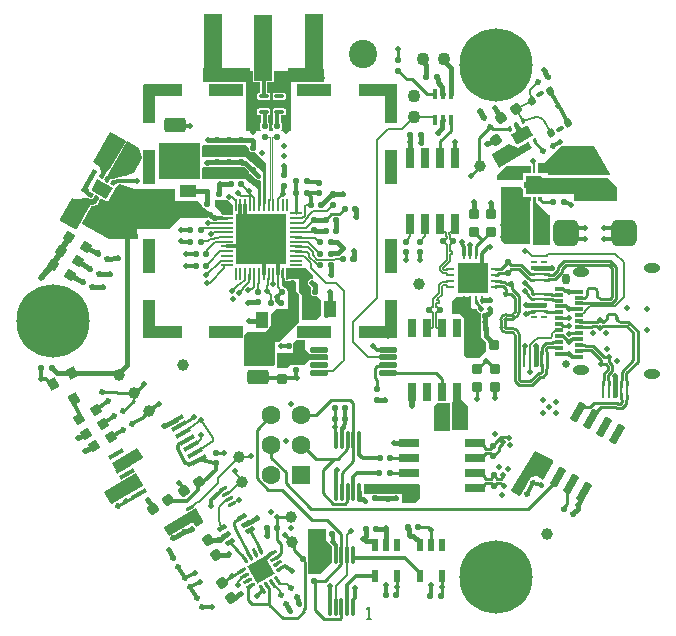
<source format=gtl>
G04*
G04 #@! TF.GenerationSoftware,Altium Limited,Altium Designer,20.1.11 (218)*
G04*
G04 Layer_Physical_Order=1*
G04 Layer_Color=255*
%FSLAX24Y24*%
%MOIN*%
G70*
G04*
G04 #@! TF.SameCoordinates,6F335AB9-D6ED-48D2-8003-4388AB504266*
G04*
G04*
G04 #@! TF.FilePolarity,Positive*
G04*
G01*
G75*
%ADD12C,0.0050*%
%ADD15C,0.0100*%
G04:AMPARAMS|DCode=27|XSize=20mil|YSize=20mil|CornerRadius=6mil|HoleSize=0mil|Usage=FLASHONLY|Rotation=330.000|XOffset=0mil|YOffset=0mil|HoleType=Round|Shape=RoundedRectangle|*
%AMROUNDEDRECTD27*
21,1,0.0200,0.0080,0,0,330.0*
21,1,0.0080,0.0200,0,0,330.0*
1,1,0.0120,0.0015,-0.0055*
1,1,0.0120,-0.0055,-0.0015*
1,1,0.0120,-0.0015,0.0055*
1,1,0.0120,0.0055,0.0015*
%
%ADD27ROUNDEDRECTD27*%
G04:AMPARAMS|DCode=28|XSize=9.8mil|YSize=23.6mil|CornerRadius=1mil|HoleSize=0mil|Usage=FLASHONLY|Rotation=180.000|XOffset=0mil|YOffset=0mil|HoleType=Round|Shape=RoundedRectangle|*
%AMROUNDEDRECTD28*
21,1,0.0098,0.0217,0,0,180.0*
21,1,0.0079,0.0236,0,0,180.0*
1,1,0.0020,-0.0039,0.0108*
1,1,0.0020,0.0039,0.0108*
1,1,0.0020,0.0039,-0.0108*
1,1,0.0020,-0.0039,-0.0108*
%
%ADD28ROUNDEDRECTD28*%
G04:AMPARAMS|DCode=29|XSize=9.8mil|YSize=23.6mil|CornerRadius=1mil|HoleSize=0mil|Usage=FLASHONLY|Rotation=270.000|XOffset=0mil|YOffset=0mil|HoleType=Round|Shape=RoundedRectangle|*
%AMROUNDEDRECTD29*
21,1,0.0098,0.0217,0,0,270.0*
21,1,0.0079,0.0236,0,0,270.0*
1,1,0.0020,-0.0108,-0.0039*
1,1,0.0020,-0.0108,0.0039*
1,1,0.0020,0.0108,0.0039*
1,1,0.0020,0.0108,-0.0039*
%
%ADD29ROUNDEDRECTD29*%
G04:AMPARAMS|DCode=30|XSize=71mil|YSize=47mil|CornerRadius=8mil|HoleSize=0mil|Usage=FLASHONLY|Rotation=180.000|XOffset=0mil|YOffset=0mil|HoleType=Round|Shape=RoundedRectangle|*
%AMROUNDEDRECTD30*
21,1,0.0710,0.0310,0,0,180.0*
21,1,0.0550,0.0470,0,0,180.0*
1,1,0.0160,-0.0275,0.0155*
1,1,0.0160,0.0275,0.0155*
1,1,0.0160,0.0275,-0.0155*
1,1,0.0160,-0.0275,-0.0155*
%
%ADD30ROUNDEDRECTD30*%
G04:AMPARAMS|DCode=31|XSize=11.8mil|YSize=17.7mil|CornerRadius=1.2mil|HoleSize=0mil|Usage=FLASHONLY|Rotation=210.000|XOffset=0mil|YOffset=0mil|HoleType=Round|Shape=RoundedRectangle|*
%AMROUNDEDRECTD31*
21,1,0.0118,0.0154,0,0,210.0*
21,1,0.0094,0.0177,0,0,210.0*
1,1,0.0024,-0.0079,0.0043*
1,1,0.0024,0.0003,0.0090*
1,1,0.0024,0.0079,-0.0043*
1,1,0.0024,-0.0003,-0.0090*
%
%ADD31ROUNDEDRECTD31*%
G04:AMPARAMS|DCode=32|XSize=20mil|YSize=20mil|CornerRadius=6mil|HoleSize=0mil|Usage=FLASHONLY|Rotation=180.000|XOffset=0mil|YOffset=0mil|HoleType=Round|Shape=RoundedRectangle|*
%AMROUNDEDRECTD32*
21,1,0.0200,0.0080,0,0,180.0*
21,1,0.0080,0.0200,0,0,180.0*
1,1,0.0120,-0.0040,0.0040*
1,1,0.0120,0.0040,0.0040*
1,1,0.0120,0.0040,-0.0040*
1,1,0.0120,-0.0040,-0.0040*
%
%ADD32ROUNDEDRECTD32*%
G04:AMPARAMS|DCode=33|XSize=20mil|YSize=20mil|CornerRadius=6mil|HoleSize=0mil|Usage=FLASHONLY|Rotation=90.000|XOffset=0mil|YOffset=0mil|HoleType=Round|Shape=RoundedRectangle|*
%AMROUNDEDRECTD33*
21,1,0.0200,0.0080,0,0,90.0*
21,1,0.0080,0.0200,0,0,90.0*
1,1,0.0120,0.0040,0.0040*
1,1,0.0120,0.0040,-0.0040*
1,1,0.0120,-0.0040,-0.0040*
1,1,0.0120,-0.0040,0.0040*
%
%ADD33ROUNDEDRECTD33*%
G04:AMPARAMS|DCode=39|XSize=55mil|YSize=43mil|CornerRadius=8mil|HoleSize=0mil|Usage=FLASHONLY|Rotation=270.000|XOffset=0mil|YOffset=0mil|HoleType=Round|Shape=RoundedRectangle|*
%AMROUNDEDRECTD39*
21,1,0.0550,0.0271,0,0,270.0*
21,1,0.0391,0.0430,0,0,270.0*
1,1,0.0159,-0.0135,-0.0195*
1,1,0.0159,-0.0135,0.0195*
1,1,0.0159,0.0135,0.0195*
1,1,0.0159,0.0135,-0.0195*
%
%ADD39ROUNDEDRECTD39*%
G04:AMPARAMS|DCode=41|XSize=35mil|YSize=34mil|CornerRadius=6mil|HoleSize=0mil|Usage=FLASHONLY|Rotation=210.000|XOffset=0mil|YOffset=0mil|HoleType=Round|Shape=RoundedRectangle|*
%AMROUNDEDRECTD41*
21,1,0.0350,0.0221,0,0,210.0*
21,1,0.0231,0.0340,0,0,210.0*
1,1,0.0119,-0.0155,0.0038*
1,1,0.0119,0.0045,0.0153*
1,1,0.0119,0.0155,-0.0038*
1,1,0.0119,-0.0045,-0.0153*
%
%ADD41ROUNDEDRECTD41*%
G04:AMPARAMS|DCode=44|XSize=20mil|YSize=20mil|CornerRadius=6mil|HoleSize=0mil|Usage=FLASHONLY|Rotation=210.000|XOffset=0mil|YOffset=0mil|HoleType=Round|Shape=RoundedRectangle|*
%AMROUNDEDRECTD44*
21,1,0.0200,0.0080,0,0,210.0*
21,1,0.0080,0.0200,0,0,210.0*
1,1,0.0120,-0.0055,0.0015*
1,1,0.0120,0.0015,0.0055*
1,1,0.0120,0.0055,-0.0015*
1,1,0.0120,-0.0015,-0.0055*
%
%ADD44ROUNDEDRECTD44*%
G04:AMPARAMS|DCode=47|XSize=35mil|YSize=34mil|CornerRadius=6mil|HoleSize=0mil|Usage=FLASHONLY|Rotation=300.000|XOffset=0mil|YOffset=0mil|HoleType=Round|Shape=RoundedRectangle|*
%AMROUNDEDRECTD47*
21,1,0.0350,0.0221,0,0,300.0*
21,1,0.0231,0.0340,0,0,300.0*
1,1,0.0119,-0.0038,-0.0155*
1,1,0.0119,-0.0153,0.0045*
1,1,0.0119,0.0038,0.0155*
1,1,0.0119,0.0153,-0.0045*
%
%ADD47ROUNDEDRECTD47*%
G04:AMPARAMS|DCode=50|XSize=20mil|YSize=20mil|CornerRadius=6mil|HoleSize=0mil|Usage=FLASHONLY|Rotation=60.000|XOffset=0mil|YOffset=0mil|HoleType=Round|Shape=RoundedRectangle|*
%AMROUNDEDRECTD50*
21,1,0.0200,0.0080,0,0,60.0*
21,1,0.0080,0.0200,0,0,60.0*
1,1,0.0120,0.0055,0.0015*
1,1,0.0120,0.0015,-0.0055*
1,1,0.0120,-0.0055,-0.0015*
1,1,0.0120,-0.0015,0.0055*
%
%ADD50ROUNDEDRECTD50*%
G04:AMPARAMS|DCode=52|XSize=20mil|YSize=20mil|CornerRadius=6mil|HoleSize=0mil|Usage=FLASHONLY|Rotation=120.000|XOffset=0mil|YOffset=0mil|HoleType=Round|Shape=RoundedRectangle|*
%AMROUNDEDRECTD52*
21,1,0.0200,0.0080,0,0,120.0*
21,1,0.0080,0.0200,0,0,120.0*
1,1,0.0120,0.0015,0.0055*
1,1,0.0120,0.0055,-0.0015*
1,1,0.0120,-0.0015,-0.0055*
1,1,0.0120,-0.0055,0.0015*
%
%ADD52ROUNDEDRECTD52*%
G04:AMPARAMS|DCode=53|XSize=55mil|YSize=43mil|CornerRadius=8mil|HoleSize=0mil|Usage=FLASHONLY|Rotation=180.000|XOffset=0mil|YOffset=0mil|HoleType=Round|Shape=RoundedRectangle|*
%AMROUNDEDRECTD53*
21,1,0.0550,0.0271,0,0,180.0*
21,1,0.0391,0.0430,0,0,180.0*
1,1,0.0159,-0.0195,0.0135*
1,1,0.0159,0.0195,0.0135*
1,1,0.0159,0.0195,-0.0135*
1,1,0.0159,-0.0195,-0.0135*
%
%ADD53ROUNDEDRECTD53*%
G04:AMPARAMS|DCode=54|XSize=27.6mil|YSize=13.8mil|CornerRadius=1.4mil|HoleSize=0mil|Usage=FLASHONLY|Rotation=210.000|XOffset=0mil|YOffset=0mil|HoleType=Round|Shape=RoundedRectangle|*
%AMROUNDEDRECTD54*
21,1,0.0276,0.0110,0,0,210.0*
21,1,0.0248,0.0138,0,0,210.0*
1,1,0.0028,-0.0135,-0.0014*
1,1,0.0028,0.0080,0.0110*
1,1,0.0028,0.0135,0.0014*
1,1,0.0028,-0.0080,-0.0110*
%
%ADD54ROUNDEDRECTD54*%
G04:AMPARAMS|DCode=55|XSize=23.6mil|YSize=25.6mil|CornerRadius=2.4mil|HoleSize=0mil|Usage=FLASHONLY|Rotation=210.000|XOffset=0mil|YOffset=0mil|HoleType=Round|Shape=RoundedRectangle|*
%AMROUNDEDRECTD55*
21,1,0.0236,0.0209,0,0,210.0*
21,1,0.0189,0.0256,0,0,210.0*
1,1,0.0047,-0.0134,0.0043*
1,1,0.0047,0.0030,0.0138*
1,1,0.0047,0.0134,-0.0043*
1,1,0.0047,-0.0030,-0.0138*
%
%ADD55ROUNDEDRECTD55*%
G04:AMPARAMS|DCode=58|XSize=35mil|YSize=34mil|CornerRadius=6mil|HoleSize=0mil|Usage=FLASHONLY|Rotation=0.000|XOffset=0mil|YOffset=0mil|HoleType=Round|Shape=RoundedRectangle|*
%AMROUNDEDRECTD58*
21,1,0.0350,0.0221,0,0,0.0*
21,1,0.0231,0.0340,0,0,0.0*
1,1,0.0119,0.0116,-0.0111*
1,1,0.0119,-0.0116,-0.0111*
1,1,0.0119,-0.0116,0.0111*
1,1,0.0119,0.0116,0.0111*
%
%ADD58ROUNDEDRECTD58*%
G04:AMPARAMS|DCode=60|XSize=35mil|YSize=34mil|CornerRadius=6mil|HoleSize=0mil|Usage=FLASHONLY|Rotation=90.000|XOffset=0mil|YOffset=0mil|HoleType=Round|Shape=RoundedRectangle|*
%AMROUNDEDRECTD60*
21,1,0.0350,0.0221,0,0,90.0*
21,1,0.0231,0.0340,0,0,90.0*
1,1,0.0119,0.0111,0.0116*
1,1,0.0119,0.0111,-0.0116*
1,1,0.0119,-0.0111,-0.0116*
1,1,0.0119,-0.0111,0.0116*
%
%ADD60ROUNDEDRECTD60*%
G04:AMPARAMS|DCode=64|XSize=7.9mil|YSize=22.2mil|CornerRadius=1.2mil|HoleSize=0mil|Usage=FLASHONLY|Rotation=270.000|XOffset=0mil|YOffset=0mil|HoleType=Round|Shape=RoundedRectangle|*
%AMROUNDEDRECTD64*
21,1,0.0079,0.0199,0,0,270.0*
21,1,0.0055,0.0222,0,0,270.0*
1,1,0.0024,-0.0099,-0.0028*
1,1,0.0024,-0.0099,0.0028*
1,1,0.0024,0.0099,0.0028*
1,1,0.0024,0.0099,-0.0028*
%
%ADD64ROUNDEDRECTD64*%
G04:AMPARAMS|DCode=65|XSize=7.9mil|YSize=22.2mil|CornerRadius=1.2mil|HoleSize=0mil|Usage=FLASHONLY|Rotation=0.000|XOffset=0mil|YOffset=0mil|HoleType=Round|Shape=RoundedRectangle|*
%AMROUNDEDRECTD65*
21,1,0.0079,0.0199,0,0,0.0*
21,1,0.0055,0.0222,0,0,0.0*
1,1,0.0024,0.0028,-0.0099*
1,1,0.0024,-0.0028,-0.0099*
1,1,0.0024,-0.0028,0.0099*
1,1,0.0024,0.0028,0.0099*
%
%ADD65ROUNDEDRECTD65*%
G04:AMPARAMS|DCode=68|XSize=55mil|YSize=43mil|CornerRadius=8mil|HoleSize=0mil|Usage=FLASHONLY|Rotation=60.000|XOffset=0mil|YOffset=0mil|HoleType=Round|Shape=RoundedRectangle|*
%AMROUNDEDRECTD68*
21,1,0.0550,0.0271,0,0,60.0*
21,1,0.0391,0.0430,0,0,60.0*
1,1,0.0159,0.0215,0.0102*
1,1,0.0159,0.0020,-0.0237*
1,1,0.0159,-0.0215,-0.0102*
1,1,0.0159,-0.0020,0.0237*
%
%ADD68ROUNDEDRECTD68*%
%ADD105P,0.0947X4X75.0*%
%ADD143C,0.0085*%
%ADD144C,0.0060*%
%ADD145C,0.0120*%
%ADD146C,0.0120*%
%ADD147C,0.0150*%
%ADD148C,0.0080*%
%ADD149C,0.0080*%
%ADD150R,0.0276X0.0118*%
%ADD151R,0.0591X0.2205*%
%ADD152R,0.0630X0.1929*%
%ADD153R,0.1024X0.1024*%
G04:AMPARAMS|DCode=154|XSize=63mil|YSize=39.4mil|CornerRadius=2mil|HoleSize=0mil|Usage=FLASHONLY|Rotation=210.000|XOffset=0mil|YOffset=0mil|HoleType=Round|Shape=RoundedRectangle|*
%AMROUNDEDRECTD154*
21,1,0.0630,0.0354,0,0,210.0*
21,1,0.0591,0.0394,0,0,210.0*
1,1,0.0039,-0.0344,0.0006*
1,1,0.0039,0.0167,0.0301*
1,1,0.0039,0.0344,-0.0006*
1,1,0.0039,-0.0167,-0.0301*
%
%ADD154ROUNDEDRECTD154*%
G04:AMPARAMS|DCode=155|XSize=15.7mil|YSize=12.8mil|CornerRadius=0mil|HoleSize=0mil|Usage=FLASHONLY|Rotation=60.000|XOffset=0mil|YOffset=0mil|HoleType=Round|Shape=Rectangle|*
%AMROTATEDRECTD155*
4,1,4,0.0016,-0.0100,-0.0095,-0.0036,-0.0016,0.0100,0.0095,0.0036,0.0016,-0.0100,0.0*
%
%ADD155ROTATEDRECTD155*%

G04:AMPARAMS|DCode=156|XSize=13.8mil|YSize=14.8mil|CornerRadius=0mil|HoleSize=0mil|Usage=FLASHONLY|Rotation=150.000|XOffset=0mil|YOffset=0mil|HoleType=Round|Shape=Rectangle|*
%AMROTATEDRECTD156*
4,1,4,0.0097,0.0029,0.0023,-0.0098,-0.0097,-0.0029,-0.0023,0.0098,0.0097,0.0029,0.0*
%
%ADD156ROTATEDRECTD156*%

G04:AMPARAMS|DCode=157|XSize=15.7mil|YSize=82.7mil|CornerRadius=0mil|HoleSize=0mil|Usage=FLASHONLY|Rotation=150.000|XOffset=0mil|YOffset=0mil|HoleType=Round|Shape=Rectangle|*
%AMROTATEDRECTD157*
4,1,4,0.0275,0.0319,-0.0139,-0.0397,-0.0275,-0.0319,0.0139,0.0397,0.0275,0.0319,0.0*
%
%ADD157ROTATEDRECTD157*%

%ADD158R,0.0394X0.1299*%
%ADD159R,0.1299X0.0394*%
%ADD160R,0.0394X0.1142*%
%ADD161R,0.1142X0.0394*%
G04:AMPARAMS|DCode=162|XSize=31.5mil|YSize=35.4mil|CornerRadius=0mil|HoleSize=0mil|Usage=FLASHONLY|Rotation=30.000|XOffset=0mil|YOffset=0mil|HoleType=Round|Shape=Rectangle|*
%AMROTATEDRECTD162*
4,1,4,-0.0048,-0.0232,-0.0225,0.0075,0.0048,0.0232,0.0225,-0.0075,-0.0048,-0.0232,0.0*
%
%ADD162ROTATEDRECTD162*%

G04:AMPARAMS|DCode=163|XSize=25.6mil|YSize=68.9mil|CornerRadius=3.8mil|HoleSize=0mil|Usage=FLASHONLY|Rotation=150.000|XOffset=0mil|YOffset=0mil|HoleType=Round|Shape=RoundedRectangle|*
%AMROUNDEDRECTD163*
21,1,0.0256,0.0612,0,0,150.0*
21,1,0.0179,0.0689,0,0,150.0*
1,1,0.0077,0.0075,0.0310*
1,1,0.0077,0.0231,0.0220*
1,1,0.0077,-0.0075,-0.0310*
1,1,0.0077,-0.0231,-0.0220*
%
%ADD163ROUNDEDRECTD163*%
G04:AMPARAMS|DCode=164|XSize=11.8mil|YSize=57.1mil|CornerRadius=1.8mil|HoleSize=0mil|Usage=FLASHONLY|Rotation=180.000|XOffset=0mil|YOffset=0mil|HoleType=Round|Shape=RoundedRectangle|*
%AMROUNDEDRECTD164*
21,1,0.0118,0.0535,0,0,180.0*
21,1,0.0083,0.0571,0,0,180.0*
1,1,0.0035,-0.0041,0.0268*
1,1,0.0035,0.0041,0.0268*
1,1,0.0035,0.0041,-0.0268*
1,1,0.0035,-0.0041,-0.0268*
%
%ADD164ROUNDEDRECTD164*%
%ADD165C,0.0394*%
G04:AMPARAMS|DCode=166|XSize=13.8mil|YSize=53.1mil|CornerRadius=1.4mil|HoleSize=0mil|Usage=FLASHONLY|Rotation=300.000|XOffset=0mil|YOffset=0mil|HoleType=Round|Shape=RoundedRectangle|*
%AMROUNDEDRECTD166*
21,1,0.0138,0.0504,0,0,300.0*
21,1,0.0110,0.0531,0,0,300.0*
1,1,0.0028,-0.0191,-0.0174*
1,1,0.0028,-0.0246,-0.0078*
1,1,0.0028,0.0191,0.0174*
1,1,0.0028,0.0246,0.0078*
%
%ADD166ROUNDEDRECTD166*%
G04:AMPARAMS|DCode=167|XSize=11.8mil|YSize=29.5mil|CornerRadius=1.2mil|HoleSize=0mil|Usage=FLASHONLY|Rotation=300.000|XOffset=0mil|YOffset=0mil|HoleType=Round|Shape=RoundedRectangle|*
%AMROUNDEDRECTD167*
21,1,0.0118,0.0272,0,0,300.0*
21,1,0.0094,0.0295,0,0,300.0*
1,1,0.0024,-0.0094,-0.0109*
1,1,0.0024,-0.0141,-0.0027*
1,1,0.0024,0.0094,0.0109*
1,1,0.0024,0.0141,0.0027*
%
%ADD167ROUNDEDRECTD167*%
G04:AMPARAMS|DCode=168|XSize=15.7mil|YSize=31.5mil|CornerRadius=1.6mil|HoleSize=0mil|Usage=FLASHONLY|Rotation=300.000|XOffset=0mil|YOffset=0mil|HoleType=Round|Shape=RoundedRectangle|*
%AMROUNDEDRECTD168*
21,1,0.0157,0.0283,0,0,300.0*
21,1,0.0126,0.0315,0,0,300.0*
1,1,0.0032,-0.0091,-0.0125*
1,1,0.0032,-0.0154,-0.0016*
1,1,0.0032,0.0091,0.0125*
1,1,0.0032,0.0154,0.0016*
%
%ADD168ROUNDEDRECTD168*%
G04:AMPARAMS|DCode=169|XSize=11mil|YSize=27.6mil|CornerRadius=0.6mil|HoleSize=0mil|Usage=FLASHONLY|Rotation=300.000|XOffset=0mil|YOffset=0mil|HoleType=Round|Shape=RoundedRectangle|*
%AMROUNDEDRECTD169*
21,1,0.0110,0.0265,0,0,300.0*
21,1,0.0099,0.0276,0,0,300.0*
1,1,0.0011,-0.0090,-0.0109*
1,1,0.0011,-0.0139,-0.0023*
1,1,0.0011,0.0090,0.0109*
1,1,0.0011,0.0139,0.0023*
%
%ADD169ROUNDEDRECTD169*%
G04:AMPARAMS|DCode=170|XSize=11mil|YSize=27.6mil|CornerRadius=0.6mil|HoleSize=0mil|Usage=FLASHONLY|Rotation=210.000|XOffset=0mil|YOffset=0mil|HoleType=Round|Shape=RoundedRectangle|*
%AMROUNDEDRECTD170*
21,1,0.0110,0.0265,0,0,210.0*
21,1,0.0099,0.0276,0,0,210.0*
1,1,0.0011,-0.0109,0.0090*
1,1,0.0011,-0.0023,0.0139*
1,1,0.0011,0.0109,-0.0090*
1,1,0.0011,0.0023,-0.0139*
%
%ADD170ROUNDEDRECTD170*%
%ADD171P,0.0445X4X105.0*%
%ADD172R,0.0128X0.0157*%
%ADD173R,0.0079X0.0157*%
G04:AMPARAMS|DCode=174|XSize=21.7mil|YSize=39.4mil|CornerRadius=2.2mil|HoleSize=0mil|Usage=FLASHONLY|Rotation=0.000|XOffset=0mil|YOffset=0mil|HoleType=Round|Shape=RoundedRectangle|*
%AMROUNDEDRECTD174*
21,1,0.0217,0.0350,0,0,0.0*
21,1,0.0173,0.0394,0,0,0.0*
1,1,0.0043,0.0087,-0.0175*
1,1,0.0043,-0.0087,-0.0175*
1,1,0.0043,-0.0087,0.0175*
1,1,0.0043,0.0087,0.0175*
%
%ADD174ROUNDEDRECTD174*%
G04:AMPARAMS|DCode=175|XSize=23.6mil|YSize=63mil|CornerRadius=2.4mil|HoleSize=0mil|Usage=FLASHONLY|Rotation=0.000|XOffset=0mil|YOffset=0mil|HoleType=Round|Shape=RoundedRectangle|*
%AMROUNDEDRECTD175*
21,1,0.0236,0.0583,0,0,0.0*
21,1,0.0189,0.0630,0,0,0.0*
1,1,0.0047,0.0094,-0.0291*
1,1,0.0047,-0.0094,-0.0291*
1,1,0.0047,-0.0094,0.0291*
1,1,0.0047,0.0094,0.0291*
%
%ADD175ROUNDEDRECTD175*%
G04:AMPARAMS|DCode=176|XSize=15.7mil|YSize=35.4mil|CornerRadius=0.8mil|HoleSize=0mil|Usage=FLASHONLY|Rotation=180.000|XOffset=0mil|YOffset=0mil|HoleType=Round|Shape=RoundedRectangle|*
%AMROUNDEDRECTD176*
21,1,0.0157,0.0339,0,0,180.0*
21,1,0.0142,0.0354,0,0,180.0*
1,1,0.0016,-0.0071,0.0169*
1,1,0.0016,0.0071,0.0169*
1,1,0.0016,0.0071,-0.0169*
1,1,0.0016,-0.0071,-0.0169*
%
%ADD176ROUNDEDRECTD176*%
G04:AMPARAMS|DCode=177|XSize=25.6mil|YSize=68.9mil|CornerRadius=3.8mil|HoleSize=0mil|Usage=FLASHONLY|Rotation=180.000|XOffset=0mil|YOffset=0mil|HoleType=Round|Shape=RoundedRectangle|*
%AMROUNDEDRECTD177*
21,1,0.0256,0.0612,0,0,180.0*
21,1,0.0179,0.0689,0,0,180.0*
1,1,0.0077,-0.0090,0.0306*
1,1,0.0077,0.0090,0.0306*
1,1,0.0077,0.0090,-0.0306*
1,1,0.0077,-0.0090,-0.0306*
%
%ADD177ROUNDEDRECTD177*%
G04:AMPARAMS|DCode=178|XSize=15.7mil|YSize=22.2mil|CornerRadius=1.3mil|HoleSize=0mil|Usage=FLASHONLY|Rotation=270.000|XOffset=0mil|YOffset=0mil|HoleType=Round|Shape=RoundedRectangle|*
%AMROUNDEDRECTD178*
21,1,0.0157,0.0197,0,0,270.0*
21,1,0.0132,0.0222,0,0,270.0*
1,1,0.0025,-0.0099,-0.0066*
1,1,0.0025,-0.0099,0.0066*
1,1,0.0025,0.0099,0.0066*
1,1,0.0025,0.0099,-0.0066*
%
%ADD178ROUNDEDRECTD178*%
G04:AMPARAMS|DCode=179|XSize=15.7mil|YSize=22.2mil|CornerRadius=1.3mil|HoleSize=0mil|Usage=FLASHONLY|Rotation=0.000|XOffset=0mil|YOffset=0mil|HoleType=Round|Shape=RoundedRectangle|*
%AMROUNDEDRECTD179*
21,1,0.0157,0.0197,0,0,0.0*
21,1,0.0132,0.0222,0,0,0.0*
1,1,0.0025,0.0066,-0.0099*
1,1,0.0025,-0.0066,-0.0099*
1,1,0.0025,-0.0066,0.0099*
1,1,0.0025,0.0066,0.0099*
%
%ADD179ROUNDEDRECTD179*%
G04:AMPARAMS|DCode=180|XSize=89mil|YSize=85mil|CornerRadius=21.3mil|HoleSize=0mil|Usage=FLASHONLY|Rotation=90.000|XOffset=0mil|YOffset=0mil|HoleType=Round|Shape=RoundedRectangle|*
%AMROUNDEDRECTD180*
21,1,0.0890,0.0425,0,0,90.0*
21,1,0.0465,0.0850,0,0,90.0*
1,1,0.0425,0.0213,0.0232*
1,1,0.0425,0.0213,-0.0232*
1,1,0.0425,-0.0213,-0.0232*
1,1,0.0425,-0.0213,0.0232*
%
%ADD180ROUNDEDRECTD180*%
%ADD181P,0.0445X4X165.0*%
G04:AMPARAMS|DCode=182|XSize=17.7mil|YSize=59.1mil|CornerRadius=1.8mil|HoleSize=0mil|Usage=FLASHONLY|Rotation=270.000|XOffset=0mil|YOffset=0mil|HoleType=Round|Shape=RoundedRectangle|*
%AMROUNDEDRECTD182*
21,1,0.0177,0.0555,0,0,270.0*
21,1,0.0142,0.0591,0,0,270.0*
1,1,0.0035,-0.0278,-0.0071*
1,1,0.0035,-0.0278,0.0071*
1,1,0.0035,0.0278,0.0071*
1,1,0.0035,0.0278,-0.0071*
%
%ADD182ROUNDEDRECTD182*%
G04:AMPARAMS|DCode=183|XSize=25.6mil|YSize=68.9mil|CornerRadius=3.8mil|HoleSize=0mil|Usage=FLASHONLY|Rotation=270.000|XOffset=0mil|YOffset=0mil|HoleType=Round|Shape=RoundedRectangle|*
%AMROUNDEDRECTD183*
21,1,0.0256,0.0612,0,0,270.0*
21,1,0.0179,0.0689,0,0,270.0*
1,1,0.0077,-0.0306,-0.0090*
1,1,0.0077,-0.0306,0.0090*
1,1,0.0077,0.0306,0.0090*
1,1,0.0077,0.0306,-0.0090*
%
%ADD183ROUNDEDRECTD183*%
G04:AMPARAMS|DCode=184|XSize=31.5mil|YSize=11.8mil|CornerRadius=1.2mil|HoleSize=0mil|Usage=FLASHONLY|Rotation=0.000|XOffset=0mil|YOffset=0mil|HoleType=Round|Shape=RoundedRectangle|*
%AMROUNDEDRECTD184*
21,1,0.0315,0.0094,0,0,0.0*
21,1,0.0291,0.0118,0,0,0.0*
1,1,0.0024,0.0146,-0.0047*
1,1,0.0024,-0.0146,-0.0047*
1,1,0.0024,-0.0146,0.0047*
1,1,0.0024,0.0146,0.0047*
%
%ADD184ROUNDEDRECTD184*%
G04:AMPARAMS|DCode=185|XSize=37.4mil|YSize=8.7mil|CornerRadius=0.9mil|HoleSize=0mil|Usage=FLASHONLY|Rotation=180.000|XOffset=0mil|YOffset=0mil|HoleType=Round|Shape=RoundedRectangle|*
%AMROUNDEDRECTD185*
21,1,0.0374,0.0069,0,0,180.0*
21,1,0.0357,0.0087,0,0,180.0*
1,1,0.0017,-0.0178,0.0035*
1,1,0.0017,0.0178,0.0035*
1,1,0.0017,0.0178,-0.0035*
1,1,0.0017,-0.0178,-0.0035*
%
%ADD185ROUNDEDRECTD185*%
G04:AMPARAMS|DCode=186|XSize=37.4mil|YSize=8.7mil|CornerRadius=0.9mil|HoleSize=0mil|Usage=FLASHONLY|Rotation=270.000|XOffset=0mil|YOffset=0mil|HoleType=Round|Shape=RoundedRectangle|*
%AMROUNDEDRECTD186*
21,1,0.0374,0.0069,0,0,270.0*
21,1,0.0357,0.0087,0,0,270.0*
1,1,0.0017,-0.0035,-0.0178*
1,1,0.0017,-0.0035,0.0178*
1,1,0.0017,0.0035,0.0178*
1,1,0.0017,0.0035,-0.0178*
%
%ADD186ROUNDEDRECTD186*%
%ADD187R,0.1654X0.1654*%
%ADD188C,0.0197*%
%ADD189C,0.0160*%
%ADD190C,0.0065*%
%ADD191C,0.0120*%
%ADD192C,0.0040*%
%ADD193C,0.0200*%
%ADD194C,0.0059*%
%ADD195O,0.0256X0.0374*%
%ADD196O,0.0551X0.0315*%
%ADD197C,0.0256*%
%ADD198C,0.0945*%
%ADD199C,0.0630*%
%ADD200R,0.0630X0.0630*%
%ADD201C,0.0433*%
%ADD202C,0.2441*%
%ADD203C,0.0197*%
G36*
X-3276Y8354D02*
X-3172D01*
Y7959D01*
X-2930D01*
Y7618D01*
X-2953D01*
X-2981Y7612D01*
X-3005Y7596D01*
X-3021Y7572D01*
X-3026Y7544D01*
Y7450D01*
X-3021Y7422D01*
X-3005Y7398D01*
X-2981Y7382D01*
X-2953Y7377D01*
X-2817D01*
X-2807Y7375D01*
X-2798Y7377D01*
X-2662D01*
X-2634Y7382D01*
X-2610Y7398D01*
X-2594Y7422D01*
X-2588Y7450D01*
Y7544D01*
X-2594Y7572D01*
X-2610Y7596D01*
X-2634Y7612D01*
X-2662Y7618D01*
X-2685D01*
Y7959D01*
X-2462D01*
Y8354D01*
X-2007D01*
X-2007Y8433D01*
X-825Y8433D01*
X-790Y8398D01*
X-790Y7959D01*
X-1887Y7958D01*
X-1887Y6361D01*
X-1922Y6326D01*
X-2219Y6326D01*
X-2233Y6367D01*
X-2235Y6376D01*
X-2210Y6414D01*
X-2200Y6461D01*
Y6541D01*
X-2210Y6588D01*
X-2236Y6628D01*
X-2240Y6630D01*
Y6865D01*
X-2150D01*
X-2122Y6870D01*
X-2098Y6886D01*
X-2082Y6910D01*
X-2077Y6938D01*
Y7032D01*
X-2082Y7061D01*
X-2098Y7084D01*
X-2122Y7100D01*
X-2150Y7106D01*
X-2286D01*
X-2296Y7108D01*
X-2362D01*
X-2371Y7106D01*
X-2441D01*
X-2469Y7100D01*
X-2493Y7084D01*
X-2509Y7061D01*
X-2514Y7032D01*
Y6938D01*
X-2509Y6910D01*
X-2493Y6886D01*
X-2485Y6881D01*
Y6630D01*
X-2489Y6628D01*
X-2516Y6588D01*
X-2525Y6541D01*
Y6461D01*
X-2516Y6414D01*
X-2490Y6376D01*
X-2492Y6367D01*
X-2506Y6326D01*
X-2635Y6326D01*
X-2650Y6367D01*
X-2652Y6376D01*
X-2626Y6414D01*
X-2617Y6461D01*
Y6541D01*
X-2626Y6588D01*
X-2653Y6628D01*
X-2657Y6630D01*
Y6866D01*
X-2634Y6870D01*
X-2610Y6886D01*
X-2594Y6910D01*
X-2588Y6938D01*
Y7032D01*
X-2594Y7061D01*
X-2610Y7084D01*
X-2634Y7100D01*
X-2662Y7106D01*
X-2771D01*
X-2780Y7108D01*
X-2807D01*
X-2817Y7106D01*
X-2953D01*
X-2981Y7100D01*
X-3005Y7084D01*
X-3021Y7061D01*
X-3026Y7032D01*
Y6938D01*
X-3021Y6910D01*
X-3005Y6886D01*
X-2981Y6870D01*
X-2953Y6865D01*
X-2901D01*
Y6630D01*
X-2906Y6628D01*
X-2932Y6588D01*
X-2941Y6541D01*
Y6461D01*
X-2932Y6414D01*
X-2907Y6376D01*
X-2908Y6367D01*
X-2923Y6326D01*
X-3390Y6326D01*
X-3390Y7958D01*
X-4801Y7958D01*
X-4836Y7994D01*
X-4836Y8447D01*
X-3276Y8447D01*
Y8354D01*
D02*
G37*
G36*
X6122Y5765D02*
X5040Y5122D01*
X4784Y5531D01*
X4797Y5580D01*
X5374Y5903D01*
X5665Y5773D01*
X6005Y5963D01*
X6122Y5765D01*
D02*
G37*
G36*
X7341Y5855D02*
X8195Y5855D01*
X8741Y4910D01*
X8712Y4860D01*
X6707Y4860D01*
X6672Y4895D01*
X6672Y4943D01*
X6357Y4942D01*
X6322Y4977D01*
X6323Y5262D01*
X6526Y5262D01*
X7112Y5848D01*
X7123Y5855D01*
X7341D01*
D02*
G37*
G36*
X-3391Y5866D02*
X-3302Y5787D01*
Y5736D01*
X-3295Y5697D01*
X-3272Y5664D01*
X-3239Y5642D01*
X-3200Y5634D01*
X-3132D01*
X-2746Y5288D01*
Y4962D01*
X-2791Y4941D01*
X-3427Y5483D01*
X-4829Y5486D01*
X-4864Y5522D01*
X-4861Y5847D01*
X-4826Y5882D01*
X-3391Y5866D01*
D02*
G37*
G36*
X-6973Y5775D02*
X-6877Y5424D01*
X-7139Y4953D01*
X-7840Y4755D01*
X-7875Y4775D01*
X-7895Y4739D01*
X-7937Y4728D01*
X-7979Y4635D01*
X-8035Y4610D01*
X-8109Y4652D01*
X-8112Y4676D01*
X-8110Y4710D01*
X-7354Y5998D01*
X-6973Y5775D01*
D02*
G37*
G36*
X-7424Y6034D02*
X-7411Y5986D01*
X-7959Y5052D01*
X-7994Y5046D01*
X-8191Y4735D01*
X-8279Y4789D01*
X-8290Y4838D01*
X-8228Y4932D01*
X-8264Y5151D01*
X-8515Y5301D01*
X-7929Y6316D01*
X-7424Y6034D01*
D02*
G37*
G36*
X-4921Y4726D02*
X-6298Y4726D01*
X-6298Y5932D01*
X-4921Y5932D01*
X-4921Y4726D01*
D02*
G37*
G36*
X6085Y4942D02*
X6083Y4937D01*
X5835Y4931D01*
X5835Y4718D01*
Y4714D01*
X5832Y4707D01*
X5827Y4702D01*
Y4695D01*
X5823Y4690D01*
X4957D01*
Y4884D01*
X5252Y5180D01*
X6085D01*
Y4942D01*
D02*
G37*
G36*
X6445Y4807D02*
Y4807D01*
X6445Y4803D01*
X6448Y4796D01*
X6454Y4790D01*
X6461Y4787D01*
X6465Y4787D01*
X6543D01*
Y4769D01*
X8675Y4769D01*
X8967Y4476D01*
X8967Y4216D01*
X8967Y4009D01*
X7527D01*
Y4231D01*
X6445D01*
Y4226D01*
X5945D01*
X5945Y4423D01*
X5945Y4423D01*
X5945Y4427D01*
X5942Y4434D01*
X5936Y4439D01*
X5929Y4442D01*
X5925Y4442D01*
X5882Y4442D01*
X5878D01*
X5871Y4445D01*
X5865Y4451D01*
X5862Y4458D01*
Y4462D01*
X5862Y4620D01*
X5862Y4620D01*
X5862Y4624D01*
X5865Y4631D01*
X5871Y4636D01*
X5878Y4639D01*
X5882Y4639D01*
X5925Y4639D01*
X5929Y4640D01*
X5936Y4643D01*
X5942Y4648D01*
X5945Y4655D01*
X5945Y4659D01*
X5945Y4856D01*
X6445D01*
Y4807D01*
D02*
G37*
G36*
X-7122Y4411D02*
X-5755D01*
Y3994D01*
X-4988D01*
X-4856Y3861D01*
X-4851Y3836D01*
X-4828Y3803D01*
X-4795Y3781D01*
X-4770Y3776D01*
X-4675Y3681D01*
Y3431D01*
X-5612D01*
X-5970Y3073D01*
X-7018Y3073D01*
X-7012Y2774D01*
X-7047Y2738D01*
X-7952Y2738D01*
X-8861Y3228D01*
X-8875Y3276D01*
X-8571Y3819D01*
X-8564Y3822D01*
X-8561Y3825D01*
X-8348Y3884D01*
X-8253Y4073D01*
X-8205Y4088D01*
X-8005Y3979D01*
X-7751Y4411D01*
X-7751Y4411D01*
X-7751Y4411D01*
X-7651Y4553D01*
X-7649Y4554D01*
X-7644Y4560D01*
X-7596D01*
X-7122Y4411D01*
D02*
G37*
G36*
X-3644Y5129D02*
X-3438Y5127D01*
X-3304Y4993D01*
Y4987D01*
X-3296Y4948D01*
X-3274Y4915D01*
X-3241Y4893D01*
X-3202Y4885D01*
X-3186D01*
X-3122Y4821D01*
X-3102Y4773D01*
X-3063Y4735D01*
X-3012Y4713D01*
X-2957D01*
X-2954Y4715D01*
X-2913Y4685D01*
X-2905Y4415D01*
X-2980Y4364D01*
X-3422Y4741D01*
X-4878Y4744D01*
X-4878Y5107D01*
X-4842Y5143D01*
X-3644Y5129D01*
D02*
G37*
G36*
X-8364Y4974D02*
X-8660Y4471D01*
X-8600Y4285D01*
X-8491Y4227D01*
X-8545Y4133D01*
X-8561Y4106D01*
X-8609Y4133D01*
X-8621Y4135D01*
X-8629Y4138D01*
X-8681Y4168D01*
X-8775Y4257D01*
X-8909Y4336D01*
X-8503Y5051D01*
X-8364Y4974D01*
D02*
G37*
G36*
X-7846Y4450D02*
X-8062Y4075D01*
X-8521Y4340D01*
X-8543Y4423D01*
X-8357Y4746D01*
X-7846Y4450D01*
D02*
G37*
G36*
X-8315Y4134D02*
X-8305Y4117D01*
X-8292Y4092D01*
X-8294Y4087D01*
X-8395Y3916D01*
X-8572Y3867D01*
X-8579Y3862D01*
X-8581D01*
X-8588Y3859D01*
X-8590Y3856D01*
X-8591Y3856D01*
X-8595Y3852D01*
X-8595Y3851D01*
X-8598Y3849D01*
X-8609Y3840D01*
X-8623Y3814D01*
X-8637Y3811D01*
X-9046Y3081D01*
X-9094Y3068D01*
X-9587Y3350D01*
X-9603Y3410D01*
X-9188Y4106D01*
X-9143Y4082D01*
X-8639Y4096D01*
X-8636Y4095D01*
X-8631Y4095D01*
X-8626Y4092D01*
X-8623Y4092D01*
X-8588Y4071D01*
X-8583Y4068D01*
X-8544Y4046D01*
X-8537Y4058D01*
X-8537Y4058D01*
X-8514Y4099D01*
X-8496Y4100D01*
X-8443Y4189D01*
X-8394Y4198D01*
X-8315Y4134D01*
D02*
G37*
G36*
X-3986Y4015D02*
X-3985D01*
X-3844Y3874D01*
Y3556D01*
X-3846Y3551D01*
X-4176Y3550D01*
X-4226Y3591D01*
Y3617D01*
X-4439Y3830D01*
Y4024D01*
X-4007D01*
X-3986Y4015D01*
D02*
G37*
G36*
X5826Y4408D02*
Y4381D01*
X5826Y4381D01*
X5832Y4375D01*
X5835Y4368D01*
Y4364D01*
X5835Y4136D01*
X6058Y4134D01*
X6058Y2563D01*
X5231D01*
X5106Y2688D01*
Y4484D01*
X5750Y4484D01*
X5826Y4408D01*
D02*
G37*
G36*
X6252Y3974D02*
X6683Y3543D01*
X6736Y3543D01*
X6738Y2583D01*
X6702Y2548D01*
X6169Y2548D01*
Y4147D01*
X6252D01*
Y3974D01*
D02*
G37*
G36*
X-1180Y1531D02*
Y1417D01*
X-1212D01*
X-1263Y1396D01*
X-1302Y1357D01*
X-1323Y1306D01*
Y1251D01*
X-1302Y1200D01*
X-1263Y1161D01*
X-1241Y1152D01*
X-1235Y1145D01*
Y1003D01*
X-1235Y1001D01*
Y943D01*
X-1227Y904D01*
X-1205Y871D01*
X-1172Y849D01*
X-1133Y841D01*
X-1053D01*
X-1024Y847D01*
X-895Y719D01*
Y208D01*
X-1066Y38D01*
X-1519D01*
Y855D01*
X-1630Y966D01*
Y1394D01*
X-1769D01*
X-1773Y1398D01*
X-1824Y1420D01*
X-1879D01*
X-1930Y1398D01*
X-1934Y1394D01*
X-2058D01*
X-2062Y1398D01*
Y1772D01*
X-1422D01*
X-1180Y1531D01*
D02*
G37*
G36*
X-2134Y1694D02*
X-2135Y1459D01*
X-2105Y1429D01*
Y1406D01*
X-2105Y1405D01*
Y1398D01*
X-2092Y1368D01*
X-2088Y1364D01*
X-2058Y1351D01*
X-1934D01*
X-1916Y1358D01*
X-1914D01*
X-1909Y1361D01*
X-1795D01*
X-1790Y1358D01*
X-1787D01*
X-1769Y1351D01*
X-1764D01*
X-1729Y1316D01*
X-1731Y1004D01*
X-1644Y917D01*
X-1644Y-51D01*
X-1730Y-137D01*
X-1733D01*
Y-140D01*
X-2293Y-701D01*
X-2296Y-702D01*
X-2442Y-702D01*
Y-1411D01*
X-2513Y-1481D01*
X-3468D01*
Y-611D01*
X-3464D01*
Y-460D01*
X-3361Y-357D01*
X-2779Y-357D01*
X-2669Y-247D01*
X-2638Y-227D01*
X-2618Y-196D01*
X-2563Y-141D01*
X-2563Y249D01*
X-2407Y405D01*
X-2007D01*
X-2007Y1003D01*
X-2046Y1042D01*
X-2050Y1062D01*
X-2072Y1095D01*
X-2105Y1117D01*
X-2126Y1121D01*
X-2212Y1208D01*
X-2217Y1694D01*
X-2176Y1736D01*
X-2134Y1694D01*
D02*
G37*
G36*
X4107Y808D02*
Y460D01*
X4173Y395D01*
X4291D01*
X4312Y345D01*
X4351Y306D01*
X4402Y285D01*
X4439D01*
X4439Y-535D01*
X4439Y-535D01*
X4439Y-535D01*
X4597Y-692D01*
Y-991D01*
X4365Y-1223D01*
X3965D01*
X3860Y-1118D01*
X3860Y108D01*
X3717Y251D01*
X3472D01*
X3472Y686D01*
X3604Y818D01*
X4098D01*
X4107Y808D01*
D02*
G37*
G36*
X-1439Y-933D02*
X-1263Y-1109D01*
X-705Y-1109D01*
X-669Y-1144D01*
Y-1259D01*
X-705Y-1294D01*
X-1296Y-1294D01*
X-1467Y-1465D01*
X-1927D01*
X-2016Y-1555D01*
X-2371D01*
X-2371Y-1056D01*
X-1823D01*
Y-729D01*
X-1724Y-630D01*
X-1439D01*
Y-933D01*
D02*
G37*
G36*
X4011Y-2826D02*
Y-3618D01*
X3491Y-3621D01*
X3469Y-3600D01*
X3469Y-2692D01*
X3603Y-2559D01*
X3745Y-2559D01*
X4011Y-2826D01*
D02*
G37*
G36*
X3398Y-3627D02*
X3376Y-3648D01*
X2856Y-3645D01*
Y-2853D01*
X2965Y-2743D01*
X3398D01*
X3398Y-3627D01*
D02*
G37*
G36*
X-6841Y-4543D02*
X-6853Y-4592D01*
X-7225Y-4807D01*
X-7651Y-5049D01*
X-7699Y-5036D01*
X-7870Y-4734D01*
X-7038Y-4238D01*
X-6841Y-4543D01*
D02*
G37*
G36*
X6835Y-4635D02*
X6848Y-4683D01*
X6495Y-5281D01*
X6286Y-5160D01*
X6100Y-5189D01*
X5750Y-5802D01*
X5702Y-5815D01*
X5440Y-5663D01*
X5428Y-5614D01*
X6230Y-4314D01*
X6835Y-4635D01*
D02*
G37*
G36*
X2349Y-5432D02*
X2384Y-5467D01*
X2384Y-5902D01*
X2241Y-6045D01*
X1791D01*
Y-5754D01*
X548D01*
Y-5432D01*
X2349Y-5432D01*
D02*
G37*
G36*
X-7073Y-5074D02*
X-6842Y-5466D01*
X-7881Y-6084D01*
X-7929Y-6071D01*
X-8144Y-5693D01*
X-7524Y-5326D01*
X-7517Y-5325D01*
X-7081Y-5073D01*
X-7073Y-5074D01*
D02*
G37*
G36*
X-4826Y-6665D02*
X-4839Y-6713D01*
X-5063Y-6844D01*
X-5169Y-6691D01*
X-5978Y-7147D01*
X-6137Y-6903D01*
X-6125Y-6854D01*
X-5074Y-6242D01*
X-4826Y-6665D01*
D02*
G37*
G36*
X-2828Y-7698D02*
X-2828Y-7698D01*
X-2826Y-7702D01*
X-2822Y-7713D01*
X-2821Y-7724D01*
X-2822Y-7734D01*
X-2824Y-7745D01*
X-2829Y-7755D01*
X-2836Y-7763D01*
X-2844Y-7770D01*
X-2853Y-7776D01*
X-2864Y-7779D01*
X-2874Y-7781D01*
X-2885Y-7780D01*
X-2896Y-7777D01*
X-2905Y-7772D01*
X-2914Y-7766D01*
X-2921Y-7758D01*
X-2924Y-7753D01*
X-2993Y-7634D01*
X-2897Y-7578D01*
X-2828Y-7698D01*
D02*
G37*
G36*
X-2487Y-7769D02*
X-2607Y-7838D01*
X-2607Y-7838D01*
X-2611Y-7841D01*
X-2622Y-7844D01*
X-2632Y-7846D01*
X-2643Y-7845D01*
X-2654Y-7842D01*
X-2663Y-7837D01*
X-2672Y-7831D01*
X-2679Y-7822D01*
X-2685Y-7813D01*
X-2688Y-7803D01*
X-2690Y-7792D01*
X-2689Y-7781D01*
X-2686Y-7771D01*
X-2681Y-7761D01*
X-2675Y-7752D01*
X-2667Y-7745D01*
X-2662Y-7742D01*
X-2542Y-7674D01*
X-2487Y-7769D01*
D02*
G37*
G36*
X-2999Y-7796D02*
X-2999Y-7796D01*
X-2996Y-7801D01*
X-2993Y-7811D01*
X-2991Y-7822D01*
X-2992Y-7833D01*
X-2995Y-7843D01*
X-3000Y-7853D01*
X-3006Y-7862D01*
X-3014Y-7869D01*
X-3024Y-7874D01*
X-3034Y-7878D01*
X-3045Y-7879D01*
X-3056Y-7878D01*
X-3066Y-7876D01*
X-3076Y-7871D01*
X-3085Y-7864D01*
X-3092Y-7856D01*
X-3094Y-7851D01*
X-3163Y-7732D01*
X-3068Y-7677D01*
X-2999Y-7796D01*
D02*
G37*
G36*
X-3169Y-7895D02*
X-3169Y-7895D01*
X-3167Y-7899D01*
X-3163Y-7910D01*
X-3162Y-7920D01*
X-3163Y-7931D01*
X-3165Y-7942D01*
X-3170Y-7951D01*
X-3177Y-7960D01*
X-3185Y-7967D01*
X-3194Y-7973D01*
X-3205Y-7976D01*
X-3215Y-7978D01*
X-3226Y-7977D01*
X-3237Y-7974D01*
X-3246Y-7969D01*
X-3255Y-7963D01*
X-3262Y-7954D01*
X-3265Y-7950D01*
X-3334Y-7830D01*
X-3238Y-7775D01*
X-3169Y-7895D01*
D02*
G37*
G36*
X-2389Y-7939D02*
X-2508Y-8008D01*
X-2508Y-8008D01*
X-2513Y-8011D01*
X-2523Y-8015D01*
X-2534Y-8016D01*
X-2545Y-8015D01*
X-2555Y-8012D01*
X-2565Y-8008D01*
X-2574Y-8001D01*
X-2581Y-7993D01*
X-2586Y-7983D01*
X-2590Y-7973D01*
X-2591Y-7962D01*
X-2590Y-7952D01*
X-2588Y-7941D01*
X-2583Y-7931D01*
X-2576Y-7923D01*
X-2568Y-7916D01*
X-2563Y-7913D01*
X-2444Y-7844D01*
X-2389Y-7939D01*
D02*
G37*
G36*
X-3340Y-7993D02*
X-3340Y-7993D01*
X-3337Y-7998D01*
X-3334Y-8008D01*
X-3332Y-8019D01*
X-3333Y-8030D01*
X-3336Y-8040D01*
X-3341Y-8050D01*
X-3347Y-8058D01*
X-3355Y-8066D01*
X-3365Y-8071D01*
X-3375Y-8075D01*
X-3386Y-8076D01*
X-3397Y-8075D01*
X-3407Y-8072D01*
X-3417Y-8068D01*
X-3426Y-8061D01*
X-3433Y-8053D01*
X-3435Y-8048D01*
X-3504Y-7929D01*
X-3409Y-7874D01*
X-3340Y-7993D01*
D02*
G37*
G36*
X-2290Y-8110D02*
X-2410Y-8179D01*
X-2410Y-8179D01*
X-2415Y-8182D01*
X-2425Y-8185D01*
X-2436Y-8186D01*
X-2446Y-8186D01*
X-2457Y-8183D01*
X-2467Y-8178D01*
X-2475Y-8172D01*
X-2482Y-8163D01*
X-2488Y-8154D01*
X-2491Y-8144D01*
X-2493Y-8133D01*
X-2492Y-8122D01*
X-2489Y-8112D01*
X-2484Y-8102D01*
X-2478Y-8093D01*
X-2470Y-8086D01*
X-2465Y-8083D01*
X-2346Y-8014D01*
X-2290Y-8110D01*
D02*
G37*
G36*
X-3443Y-8208D02*
X-3433Y-8211D01*
X-3423Y-8216D01*
X-3415Y-8222D01*
X-3407Y-8230D01*
X-3402Y-8240D01*
X-3399Y-8250D01*
X-3397Y-8261D01*
X-3398Y-8272D01*
X-3401Y-8282D01*
X-3405Y-8292D01*
X-3412Y-8300D01*
X-3420Y-8308D01*
X-3425Y-8310D01*
X-3544Y-8379D01*
X-3599Y-8284D01*
X-3480Y-8215D01*
X-3480Y-8215D01*
X-3475Y-8212D01*
X-3465Y-8209D01*
X-3454Y-8207D01*
X-3443Y-8208D01*
D02*
G37*
G36*
X-2192Y-8280D02*
X-2311Y-8349D01*
X-2311Y-8349D01*
X-2316Y-8352D01*
X-2326Y-8356D01*
X-2337Y-8357D01*
X-2348Y-8356D01*
X-2358Y-8353D01*
X-2368Y-8349D01*
X-2377Y-8342D01*
X-2384Y-8334D01*
X-2389Y-8324D01*
X-2393Y-8314D01*
X-2394Y-8303D01*
X-2394Y-8293D01*
X-2391Y-8282D01*
X-2386Y-8272D01*
X-2379Y-8264D01*
X-2371Y-8257D01*
X-2367Y-8254D01*
X-2247Y-8185D01*
X-2192Y-8280D01*
D02*
G37*
G36*
X-3345Y-8378D02*
X-3335Y-8381D01*
X-3325Y-8386D01*
X-3316Y-8393D01*
X-3309Y-8401D01*
X-3304Y-8410D01*
X-3300Y-8420D01*
X-3299Y-8431D01*
X-3299Y-8442D01*
X-3302Y-8453D01*
X-3307Y-8462D01*
X-3314Y-8471D01*
X-3322Y-8478D01*
X-3327Y-8481D01*
X-3446Y-8550D01*
X-3501Y-8454D01*
X-3382Y-8385D01*
Y-8385D01*
X-3377Y-8383D01*
X-3367Y-8379D01*
X-3356Y-8378D01*
X-3345Y-8378D01*
D02*
G37*
G36*
X-726Y-7324D02*
X-549Y-7501D01*
Y-8068D01*
X-923Y-8443D01*
X-1309Y-8443D01*
X-1344Y-8407D01*
Y-6927D01*
X-726D01*
X-726Y-7324D01*
D02*
G37*
G36*
X-3247Y-8549D02*
X-3236Y-8552D01*
X-3226Y-8557D01*
X-3218Y-8563D01*
X-3211Y-8571D01*
X-3205Y-8581D01*
X-3202Y-8591D01*
X-3200Y-8602D01*
X-3201Y-8613D01*
X-3204Y-8623D01*
X-3209Y-8633D01*
X-3215Y-8641D01*
X-3223Y-8649D01*
X-3228Y-8651D01*
X-3347Y-8720D01*
X-3403Y-8625D01*
X-3283Y-8556D01*
Y-8556D01*
X-3279Y-8553D01*
X-3268Y-8550D01*
X-3257Y-8548D01*
X-3247Y-8549D01*
D02*
G37*
G36*
X-2395Y-8489D02*
X-2384Y-8492D01*
X-2375Y-8497D01*
X-2366Y-8503D01*
X-2359Y-8511D01*
X-2356Y-8516D01*
X-2287Y-8635D01*
X-2383Y-8690D01*
X-2452Y-8571D01*
X-2452D01*
X-2454Y-8566D01*
X-2458Y-8556D01*
X-2459Y-8545D01*
X-2458Y-8535D01*
X-2456Y-8524D01*
X-2451Y-8514D01*
X-2444Y-8506D01*
X-2436Y-8499D01*
X-2427Y-8493D01*
X-2416Y-8490D01*
X-2406Y-8488D01*
X-2395Y-8489D01*
D02*
G37*
G36*
X-3148Y-8719D02*
X-3138Y-8722D01*
X-3128Y-8727D01*
X-3119Y-8734D01*
X-3112Y-8742D01*
X-3107Y-8751D01*
X-3103Y-8761D01*
X-3102Y-8772D01*
X-3103Y-8783D01*
X-3105Y-8794D01*
X-3110Y-8803D01*
X-3117Y-8812D01*
X-3125Y-8819D01*
X-3130Y-8822D01*
X-3249Y-8891D01*
X-3304Y-8795D01*
X-3185Y-8726D01*
X-3185Y-8726D01*
X-3180Y-8724D01*
X-3170Y-8720D01*
X-3159Y-8719D01*
X-3148Y-8719D01*
D02*
G37*
G36*
X-2565Y-8587D02*
X-2555Y-8590D01*
X-2545Y-8595D01*
X-2536Y-8602D01*
X-2529Y-8610D01*
X-2527Y-8614D01*
X-2458Y-8734D01*
X-2553Y-8789D01*
X-2622Y-8670D01*
X-2625Y-8665D01*
X-2628Y-8655D01*
X-2630Y-8644D01*
X-2629Y-8633D01*
X-2626Y-8622D01*
X-2621Y-8613D01*
X-2615Y-8604D01*
X-2607Y-8597D01*
X-2597Y-8592D01*
X-2587Y-8588D01*
X-2576Y-8587D01*
X-2565Y-8587D01*
D02*
G37*
G36*
X-2736Y-8686D02*
X-2725Y-8689D01*
X-2716Y-8693D01*
X-2707Y-8700D01*
X-2700Y-8708D01*
X-2697Y-8713D01*
X-2628Y-8832D01*
X-2724Y-8887D01*
X-2792Y-8768D01*
X-2792D01*
X-2795Y-8763D01*
X-2799Y-8753D01*
X-2800Y-8742D01*
X-2799Y-8731D01*
X-2797Y-8721D01*
X-2792Y-8711D01*
X-2785Y-8703D01*
X-2777Y-8695D01*
X-2768Y-8690D01*
X-2757Y-8686D01*
X-2747Y-8685D01*
X-2736Y-8686D01*
D02*
G37*
G36*
X-2906Y-8784D02*
X-2896Y-8787D01*
X-2886Y-8792D01*
X-2877Y-8798D01*
X-2870Y-8807D01*
X-2868Y-8811D01*
X-2799Y-8931D01*
X-2894Y-8986D01*
X-2963Y-8866D01*
X-2963D01*
X-2966Y-8862D01*
X-2969Y-8851D01*
X-2971Y-8841D01*
X-2970Y-8830D01*
X-2967Y-8819D01*
X-2962Y-8810D01*
X-2956Y-8801D01*
X-2948Y-8794D01*
X-2938Y-8788D01*
X-2928Y-8785D01*
X-2917Y-8784D01*
X-2906Y-8784D01*
D02*
G37*
%LPC*%
G36*
X-2150Y7618D02*
X-2441D01*
X-2469Y7612D01*
X-2493Y7596D01*
X-2509Y7572D01*
X-2514Y7544D01*
Y7450D01*
X-2509Y7422D01*
X-2493Y7398D01*
X-2469Y7382D01*
X-2441Y7377D01*
X-2150D01*
X-2122Y7382D01*
X-2098Y7398D01*
X-2082Y7422D01*
X-2077Y7450D01*
Y7544D01*
X-2082Y7572D01*
X-2098Y7596D01*
X-2122Y7612D01*
X-2150Y7618D01*
D02*
G37*
%LPD*%
D12*
X2934Y488D02*
Y492D01*
X3118Y888D02*
Y1150D01*
X2976Y746D02*
X3118Y888D01*
X2976Y717D02*
Y746D01*
Y717D02*
X3047D01*
Y617D02*
Y717D01*
X2934Y617D02*
X3047D01*
X2934Y492D02*
Y617D01*
X3118Y1150D02*
X3168Y1200D01*
X3346Y1348D02*
X3415D01*
X3298Y1300D02*
X3346Y1348D01*
X3222Y1300D02*
X3298D01*
X3126Y1300D02*
X3222D01*
X3222Y1300D01*
X3018Y1191D02*
X3126Y1300D01*
X3018Y930D02*
Y1191D01*
X2834Y746D02*
X3018Y930D01*
X2834Y488D02*
Y746D01*
X2805Y459D02*
X2834Y488D01*
X2803Y459D02*
X2805D01*
X2728Y384D02*
X2803Y459D01*
X3298Y1200D02*
X3346Y1152D01*
X3181Y1200D02*
X3298D01*
X3346Y1152D02*
X3415D01*
X3168Y1200D02*
X3181D01*
X3181Y1200D01*
X2965Y459D02*
X3040Y384D01*
X2963Y459D02*
X2965D01*
X2934Y488D02*
X2963Y459D01*
X2834Y66D02*
Y280D01*
X2833Y65D02*
X2834Y66D01*
X2833Y-207D02*
Y65D01*
X2965Y309D02*
X3040Y384D01*
X3059D01*
X2803Y309D02*
X2805D01*
X2834Y280D01*
X2933Y-207D02*
Y23D01*
X2934Y24D01*
Y280D02*
X2963Y309D01*
X2965D01*
X2804Y-236D02*
X2833Y-207D01*
X2633Y-236D02*
X2804D01*
X2962D02*
X3133D01*
X2933Y-207D02*
X2962Y-236D01*
X2934Y24D02*
Y280D01*
X2709Y384D02*
X2728D01*
X2803Y309D01*
X3387Y2339D02*
Y2549D01*
Y2339D02*
X3469D01*
Y2239D02*
Y2339D01*
X3387Y2239D02*
X3469D01*
X3387Y2114D02*
Y2239D01*
Y2549D02*
Y2553D01*
Y2003D02*
Y2114D01*
Y2553D02*
X3416Y2582D01*
X3160Y1777D02*
X3387Y2003D01*
X3416Y2582D02*
X3418D01*
X3493Y2657D01*
X3512D01*
X3287Y2045D02*
Y2553D01*
X3257Y2582D02*
X3287Y2553D01*
X3256Y2582D02*
X3257D01*
X3181Y2657D02*
X3256Y2582D01*
X3346Y1545D02*
X3415D01*
X3298Y1594D02*
X3346Y1545D01*
X3060Y1818D02*
X3287Y2045D01*
X3090Y1665D02*
X3161Y1594D01*
X3298D01*
X3060Y1694D02*
Y1818D01*
Y1694D02*
X3090Y1665D01*
X3346Y1742D02*
X3415D01*
X3160Y1736D02*
Y1777D01*
X3298Y1694D02*
X3346Y1742D01*
X3160Y1736D02*
X3202Y1694D01*
X3298D01*
X3083Y3065D02*
X3185Y2963D01*
X3083Y3065D02*
Y3248D01*
X3418Y2732D02*
X3493Y2657D01*
X3383Y2892D02*
Y2933D01*
X3412Y2963D01*
X3162Y2657D02*
X3181D01*
X3383Y2892D02*
X3387Y2888D01*
X3287Y2762D02*
Y2847D01*
X3257Y2732D02*
X3287Y2762D01*
X3256Y2732D02*
X3257D01*
X3181Y2657D02*
X3256Y2732D01*
X3416D02*
X3418D01*
X3387Y2762D02*
Y2888D01*
X3412Y2963D02*
X3481D01*
X3185Y2963D02*
X3253D01*
X3283Y2933D01*
Y2851D02*
Y2933D01*
Y2851D02*
X3287Y2847D01*
X3387Y2762D02*
X3416Y2732D01*
X3481Y2963D02*
X3583Y3065D01*
Y3248D01*
D15*
X-1446Y-8018D02*
G03*
X-1475Y-7947I-100J0D01*
G01*
X-7149Y-2645D02*
G03*
X-7120Y-2575I-71J71D01*
G01*
X-1475Y-9677D02*
G03*
X-1446Y-9606I-71J71D01*
G01*
X-3755Y-6658D02*
G03*
X-3800Y-6775I50J-86D01*
G01*
X7393Y-403D02*
X7587D01*
X7375Y-421D02*
X7393Y-403D01*
X7587D02*
X7587Y-403D01*
X7684D01*
X7693Y-394D01*
X-3160Y5426D02*
X-2795Y5060D01*
Y3954D02*
Y5060D01*
X-2966Y3871D02*
Y4481D01*
X-1500Y-7923D02*
X-1475Y-7947D01*
X-1446Y-9606D02*
Y-8018D01*
X-1475Y-7947D02*
X-1475Y-7947D01*
X4429Y423D02*
Y439D01*
X4262Y630D02*
X4319Y572D01*
Y549D02*
Y572D01*
X4262Y630D02*
Y699D01*
X4319Y549D02*
X4429Y439D01*
X5869Y-1084D02*
Y-846D01*
X5888Y-828D01*
X5859Y-1095D02*
X5869Y-1084D01*
X5939Y249D02*
X5965D01*
X6037Y322D02*
X6200D01*
X5965Y249D02*
X6037Y322D01*
X6200D02*
X6210Y332D01*
X6590D02*
X6627Y295D01*
X7024D01*
X6539Y332D02*
X6590D01*
X6990Y-5272D02*
Y-5180D01*
X6014Y-6248D02*
X6990Y-5272D01*
X-1225Y-6248D02*
X6014D01*
X-3049Y-3622D02*
X-2470Y-3043D01*
X-3049Y-5243D02*
Y-3622D01*
Y-5243D02*
X-2667Y-5625D01*
X-2352Y-6892D02*
Y-6887D01*
Y-7303D02*
Y-6892D01*
X4312Y-1589D02*
X4557Y-1344D01*
X4301Y-1589D02*
X4312D01*
X-7120Y-2575D02*
Y-2391D01*
X-7488Y-2984D02*
X-7149Y-2645D01*
X-7120Y-2391D02*
X-7104D01*
X-7676D02*
X-7120D01*
X-1703Y-9904D02*
X-1475Y-9677D01*
X-2165Y-9904D02*
X-1703D01*
X905Y-1555D02*
X963Y-1497D01*
X1279D01*
X905Y-1884D02*
Y-1555D01*
X1279Y-1497D02*
X1318Y-1458D01*
X4262Y2492D02*
X4467Y2697D01*
X4469Y2694D02*
X4757Y2983D01*
X4764D01*
X4381Y5182D02*
Y6121D01*
Y5182D02*
X4403Y5160D01*
X4381Y6121D02*
X4723Y6463D01*
X4096Y4853D02*
X4403Y5160D01*
X-2095Y-7134D02*
X-2084D01*
X-1873Y-7345D02*
X-1862D01*
X-2084Y-7134D02*
X-1873Y-7345D01*
X-1862D02*
X-1798Y-7409D01*
X-2352Y-7303D02*
X-2220Y-7435D01*
Y-7725D02*
Y-7435D01*
X-2416Y-7892D02*
X-2386D01*
X-2220Y-7725D01*
X-2362Y-6539D02*
X-1902D01*
X-2357Y-6881D02*
X-2352Y-6887D01*
X-2357Y-6881D02*
Y-6545D01*
X-2362Y-6539D02*
X-2357Y-6545D01*
X-7104Y-2391D02*
X-6811Y-2098D01*
X-6795D01*
X-7720Y-2346D02*
X-7676Y-2391D01*
X-8186Y-2346D02*
X-7720D01*
X-1500Y-7923D02*
Y-7923D01*
X-715Y-6629D02*
X-249Y-7095D01*
Y-7491D02*
X-226Y-7515D01*
Y-7776D02*
X-217Y-7785D01*
X-249Y-7491D02*
Y-7095D01*
X-226Y-7776D02*
Y-7515D01*
X-4403Y-4388D02*
X-4149D01*
X-5617Y-3506D02*
X-5147Y-3209D01*
X-792Y-9938D02*
X-276D01*
X-1104Y-9625D02*
X-792Y-9938D01*
X-217Y-9879D02*
Y-9519D01*
X-276Y-9938D02*
X-217Y-9879D01*
Y-9519D02*
X-217Y-9518D01*
X-1192Y-6629D02*
X-715D01*
X-2196Y-5625D02*
X-1192Y-6629D01*
X-2068Y-5406D02*
X-1225Y-6248D01*
X6391Y4054D02*
Y4068D01*
Y4054D02*
X6405Y4040D01*
X6420D01*
X6470Y3989D01*
X6838D01*
X3122Y-9095D02*
Y-8502D01*
X3138Y-8486D01*
X1612Y-9135D02*
X1647Y-9100D01*
X1634Y-8850D02*
X1647Y-8864D01*
Y-9100D02*
Y-8864D01*
Y-8850D02*
Y-8499D01*
X-495Y-6080D02*
X-110D01*
X-24Y-4262D02*
Y-3982D01*
Y-5994D02*
Y-5714D01*
X-461Y-4587D02*
X-349D01*
X-839Y-5736D02*
Y-4965D01*
Y-5736D02*
X-495Y-6080D01*
X-349Y-4587D02*
X-24Y-4262D01*
X-839Y-4965D02*
X-461Y-4587D01*
X-1552Y-4125D02*
X-1530D01*
X-1069Y-4587D02*
X-461D01*
X-110Y-6080D02*
X-24Y-5994D01*
Y-3982D02*
X-15Y-3973D01*
X-1530Y-4125D02*
X-1069Y-4587D01*
X-24Y-5714D02*
X-15Y-5705D01*
X-2621Y-9448D02*
X-2165Y-9904D01*
X2335Y-6873D02*
X2351Y-6857D01*
X2653D02*
X2772Y-6976D01*
X2772D01*
X2351Y-6857D02*
X2653D01*
X2764Y-7462D02*
X2768Y-7459D01*
Y-6980D01*
X2772Y-6976D01*
X-2627Y-8991D02*
X-2621Y-8997D01*
X-2676Y-8860D02*
X-2627Y-8909D01*
X-2644Y-9425D02*
X-2621Y-9448D01*
X-2627Y-8991D02*
Y-8909D01*
X-2621Y-9448D02*
Y-8997D01*
X-3800Y-6775D02*
X-3766Y-6881D01*
X-3755Y-6658D02*
X-3539Y-6532D01*
X-3766Y-6881D02*
X-3286Y-7803D01*
X-3931Y-7349D02*
X-3457Y-7901D01*
X-3283Y-6975D02*
X-2945Y-7606D01*
X-4186Y-8730D02*
X-3861Y-8487D01*
X-3572Y-8331D01*
X-7678Y-6170D02*
X-7390Y-6001D01*
X-6972Y-5766D01*
X-1552Y-3125D02*
X-1058D01*
X-4198Y3438D02*
X-4029D01*
X979Y-2624D02*
X982Y-2621D01*
X1234D02*
X1236Y-2619D01*
X1669Y8710D02*
X1678Y8702D01*
X1669Y8710D02*
Y9054D01*
X1661Y9062D02*
X1669Y9054D01*
X1678Y8352D02*
X1965Y8065D01*
X2119D01*
X2626Y7558D02*
X2906D01*
X2119Y8065D02*
X2626Y7558D01*
X4548Y6766D02*
Y6812D01*
X-1798Y-7624D02*
Y-7409D01*
Y-7624D02*
X-1500Y-7923D01*
X-442Y-3530D02*
Y-3271D01*
Y-3713D02*
Y-3530D01*
X-2667Y-5625D02*
X-2196D01*
X-2068Y-5406D02*
Y-5035D01*
X-3318Y-8884D02*
X-3277Y-8843D01*
X-3318Y-9309D02*
Y-8884D01*
Y-9309D02*
X-3202Y-9425D01*
X-2644D01*
X-1104Y-9625D02*
Y-8656D01*
X-1100Y-8652D01*
X-1122Y-8674D02*
X-1104Y-8656D01*
X4466Y2696D02*
X4469Y2694D01*
X4466Y2696D02*
X4466D01*
X4195Y2968D02*
X4466Y2696D01*
X4262Y2195D02*
Y2492D01*
X6219Y5968D02*
X6516Y5671D01*
X5377Y6416D02*
X5392Y6402D01*
X4826Y6416D02*
X5377D01*
X4780Y6463D02*
X4826Y6416D01*
X4723Y6463D02*
X4780D01*
X3629Y-2367D02*
X3633Y-2362D01*
X3629Y-2837D02*
Y-2367D01*
X3624Y-2841D02*
X3629Y-2837D01*
X3625Y-3109D02*
X3627Y-3110D01*
X3625Y-3109D02*
Y-2842D01*
X3624Y-2841D02*
X3625Y-2842D01*
X3627Y-3513D02*
Y-3110D01*
X3627Y-3110D01*
X4286Y-2194D02*
X4301Y-2179D01*
X4286Y-2584D02*
Y-2194D01*
X4557Y-1344D02*
X4652D01*
X4892Y-1584D01*
Y-1589D02*
Y-1584D01*
X-1100Y-8652D02*
X-776D01*
X-217Y-8093D01*
X-2552Y-4551D02*
Y-4125D01*
Y-4551D02*
X-2068Y-5035D01*
X-442Y-3271D02*
Y-2892D01*
Y-3713D02*
X-409Y-3746D01*
Y-3973D02*
Y-3746D01*
X-552Y-2619D02*
X67D01*
X174Y-3964D02*
Y-2725D01*
X67Y-2619D02*
X174Y-2725D01*
X-1058Y-3125D02*
X-552Y-2619D01*
X174Y-3964D02*
X182Y-3973D01*
Y-4664D02*
Y-3973D01*
X-217Y-8093D02*
Y-7786D01*
X-217Y-7785D01*
X1634Y-8486D02*
X1647Y-8499D01*
X3106Y-9111D02*
X3122Y-9095D01*
X-212Y-5058D02*
X182Y-4664D01*
X-212Y-5705D02*
Y-5058D01*
X1415Y-4563D02*
X2037D01*
X1398Y-5059D02*
X2034D01*
X5675Y3323D02*
X5689Y3337D01*
X4195Y3580D02*
X4203Y3573D01*
X4187Y3965D02*
X4195Y3957D01*
X4195Y2968D02*
Y2973D01*
X3083Y5453D02*
Y6010D01*
X3418Y6345D01*
Y6692D01*
X1948Y2294D02*
X1948Y2294D01*
Y2034D02*
Y2294D01*
Y2034D02*
X1948Y2034D01*
X979Y-2274D02*
Y-1959D01*
X905Y-1884D02*
X979Y-1959D01*
X1318Y-1714D02*
X2933D01*
X3133Y-1914D01*
Y-2362D02*
Y-1914D01*
X979Y-2624D02*
X979D01*
X-552Y3579D02*
X-286D01*
X-743Y3388D02*
X-552Y3579D01*
X-286D02*
X-113Y3751D01*
X-1721Y3602D02*
Y4271D01*
D27*
X5448Y1225D02*
D03*
X5273Y921D02*
D03*
D28*
X4459Y699D02*
D03*
X4262Y699D02*
D03*
X4065D02*
D03*
X3868Y699D02*
D03*
Y2195D02*
D03*
X4065D02*
D03*
X4262D02*
D03*
X4459D02*
D03*
D29*
X3415Y1152D02*
D03*
Y1348D02*
D03*
Y1545D02*
D03*
Y1742D02*
D03*
X4911D02*
D03*
Y1545D02*
D03*
Y1348D02*
D03*
Y1152D02*
D03*
D30*
X-2989Y-715D02*
D03*
Y-1855D02*
D03*
X7916Y5420D02*
D03*
Y4280D02*
D03*
X-5763Y6528D02*
D03*
Y5388D02*
D03*
D31*
X5775Y5737D02*
D03*
X5997Y5865D02*
D03*
X6219Y5993D02*
D03*
X5392Y6402D02*
D03*
X5613Y6529D02*
D03*
X5835Y6657D02*
D03*
D32*
X-4411Y-4380D02*
D03*
Y-4730D02*
D03*
X1948Y2644D02*
D03*
Y2294D02*
D03*
X2400Y2644D02*
D03*
Y2294D02*
D03*
X-1122Y-8674D02*
D03*
Y-8324D02*
D03*
X5325Y1616D02*
D03*
Y1966D02*
D03*
X912Y-5559D02*
D03*
Y-5909D02*
D03*
X1318Y-5563D02*
D03*
Y-5913D02*
D03*
X4840Y-4507D02*
D03*
Y-4157D02*
D03*
X4862Y-5490D02*
D03*
Y-5140D02*
D03*
X1678Y8352D02*
D03*
Y8702D02*
D03*
X-1729Y-1283D02*
D03*
X-1729Y-1633D02*
D03*
X979Y-2624D02*
D03*
X979Y-2274D02*
D03*
X-953Y4623D02*
D03*
Y4273D02*
D03*
X-2141Y4515D02*
D03*
X-2141Y4865D02*
D03*
X-3162Y4677D02*
D03*
Y5027D02*
D03*
X-3160Y5426D02*
D03*
Y5776D02*
D03*
X-3566Y5310D02*
D03*
Y4960D02*
D03*
X-3968Y5310D02*
D03*
X-3968Y4960D02*
D03*
X-3572Y5692D02*
D03*
Y6042D02*
D03*
X-3971Y5692D02*
D03*
X-3971Y6042D02*
D03*
X-4369Y5310D02*
D03*
Y4960D02*
D03*
Y5692D02*
D03*
Y6042D02*
D03*
X-2779Y6151D02*
D03*
Y6501D02*
D03*
X-2363Y6151D02*
D03*
Y6501D02*
D03*
X-4716Y3565D02*
D03*
Y3915D02*
D03*
X-4303Y3900D02*
D03*
Y4250D02*
D03*
X-1130Y3387D02*
D03*
X-1130Y3037D02*
D03*
X-496Y3879D02*
D03*
Y4229D02*
D03*
X-2995Y986D02*
D03*
Y636D02*
D03*
D33*
X7188Y3989D02*
D03*
X6838D02*
D03*
X-10221Y-1563D02*
D03*
X-9871D02*
D03*
X2335Y-6873D02*
D03*
X1985D02*
D03*
X937Y-6923D02*
D03*
X587Y-6923D02*
D03*
X-442Y-3271D02*
D03*
X-92D02*
D03*
X-442Y-2892D02*
D03*
X-92D02*
D03*
X-1500Y-7923D02*
D03*
X-1150D02*
D03*
X-2702Y-6892D02*
D03*
X-2352D02*
D03*
X-885Y-7108D02*
D03*
X-535D02*
D03*
X4234Y-260D02*
D03*
X4584D02*
D03*
X4231Y175D02*
D03*
X4581D02*
D03*
X3099Y-9161D02*
D03*
X2749Y-9161D02*
D03*
X1612Y-9135D02*
D03*
X1262Y-9135D02*
D03*
X1045Y-5055D02*
D03*
X1395Y-5055D02*
D03*
X1065Y-4563D02*
D03*
X1415D02*
D03*
X3627Y-3110D02*
D03*
X3277D02*
D03*
X3627Y-3513D02*
D03*
X3277D02*
D03*
X2709Y384D02*
D03*
X3059D02*
D03*
X2615Y8132D02*
D03*
X2965D02*
D03*
X2079Y6216D02*
D03*
X2429D02*
D03*
X3512Y2657D02*
D03*
X3162D02*
D03*
X-1617Y-820D02*
D03*
X-1967Y-820D02*
D03*
X-392Y3389D02*
D03*
X-742Y3389D02*
D03*
X-1721Y4271D02*
D03*
X-1371D02*
D03*
X-1371Y4675D02*
D03*
X-1721D02*
D03*
X-1443Y983D02*
D03*
X-1093D02*
D03*
X-5077Y1830D02*
D03*
X-4727Y1830D02*
D03*
X-5252Y2645D02*
D03*
X-4902D02*
D03*
X-5115Y4968D02*
D03*
X-4765D02*
D03*
X-5118Y5700D02*
D03*
X-4768D02*
D03*
X-3566Y4575D02*
D03*
X-3916D02*
D03*
X-571Y1857D02*
D03*
X-921Y1857D02*
D03*
X-739Y3006D02*
D03*
X-389D02*
D03*
X-1241Y3874D02*
D03*
X-891D02*
D03*
X-113Y3751D02*
D03*
X237D02*
D03*
X-924Y2646D02*
D03*
X-574D02*
D03*
X-924Y2246D02*
D03*
X-574D02*
D03*
X174Y2069D02*
D03*
X-176D02*
D03*
X-1834Y983D02*
D03*
X-2184D02*
D03*
X-5258Y3027D02*
D03*
X-4908D02*
D03*
X-4727Y2236D02*
D03*
X-5077D02*
D03*
X-2575Y594D02*
D03*
X-2225Y594D02*
D03*
D39*
X6359Y3337D02*
D03*
X5689D02*
D03*
X-1259Y390D02*
D03*
X-589D02*
D03*
X-2190Y55D02*
D03*
X-2860D02*
D03*
D41*
X-6004Y-5956D02*
D03*
X-6515Y-6251D02*
D03*
X-4957Y-5374D02*
D03*
X-5468Y-5669D02*
D03*
X5597Y7078D02*
D03*
X5086Y6783D02*
D03*
D44*
X-7853Y-5867D02*
D03*
X-7678Y-6170D02*
D03*
X-5632Y-6723D02*
D03*
X-5457Y-7026D02*
D03*
X-5993Y-6940D02*
D03*
X-5818Y-7243D02*
D03*
X-4864Y-9536D02*
D03*
X-5039Y-9233D02*
D03*
X-5251Y-8874D02*
D03*
X-5426Y-8571D02*
D03*
X-5654Y-8200D02*
D03*
X-5829Y-7897D02*
D03*
X-2244Y-9119D02*
D03*
X-2069Y-9422D02*
D03*
X-1886Y-8907D02*
D03*
X-1711Y-9210D02*
D03*
X4723Y6463D02*
D03*
X4548Y6766D02*
D03*
X-8011Y-2649D02*
D03*
X-8186Y-2346D02*
D03*
D47*
X-4683Y-7295D02*
D03*
X-4388Y-7806D02*
D03*
X-4186Y-8730D02*
D03*
X-3891Y-9241D02*
D03*
X5233Y5539D02*
D03*
X4938Y6050D02*
D03*
D50*
X-8588Y1755D02*
D03*
X-8285Y1580D02*
D03*
X-8832Y1300D02*
D03*
X-8529Y1125D02*
D03*
X-8323Y2262D02*
D03*
X-8020Y2087D02*
D03*
X7507Y-6439D02*
D03*
X7204Y-6264D02*
D03*
X5863Y-5222D02*
D03*
X6166Y-5397D02*
D03*
X5653Y-5578D02*
D03*
X5956Y-5753D02*
D03*
D52*
X6348Y7958D02*
D03*
X6651Y8133D02*
D03*
X6516Y5658D02*
D03*
X6819Y5833D02*
D03*
X-7188Y-3438D02*
D03*
X-7491Y-3613D02*
D03*
X-7791Y-3159D02*
D03*
X-7488Y-2984D02*
D03*
D53*
X7070Y4530D02*
D03*
Y5200D02*
D03*
X-5327Y3674D02*
D03*
Y4344D02*
D03*
D54*
X7079Y6396D02*
D03*
X6400Y7572D02*
D03*
D55*
X6760Y6280D02*
D03*
X6140Y7354D02*
D03*
X6719Y7689D02*
D03*
X7340Y6615D02*
D03*
D58*
X4282Y-792D02*
D03*
X4872D02*
D03*
D60*
X4203Y2983D02*
D03*
Y3573D02*
D03*
X4764Y3573D02*
D03*
Y2983D02*
D03*
X4892Y-2179D02*
D03*
Y-1589D02*
D03*
X4301Y-1589D02*
D03*
Y-2179D02*
D03*
X-2203Y-1929D02*
D03*
X-2203Y-1339D02*
D03*
D64*
X6214Y2171D02*
D03*
Y1974D02*
D03*
Y1580D02*
D03*
Y1383D02*
D03*
X6543Y2171D02*
D03*
Y1974D02*
D03*
Y1580D02*
D03*
Y1383D02*
D03*
X6210Y923D02*
D03*
X6210Y726D02*
D03*
X6210Y332D02*
D03*
Y135D02*
D03*
X6539Y923D02*
D03*
Y726D02*
D03*
Y332D02*
D03*
Y135D02*
D03*
D65*
X5859Y-1423D02*
D03*
X6056D02*
D03*
X6449D02*
D03*
X6646D02*
D03*
X5859Y-1095D02*
D03*
X6056D02*
D03*
X6449D02*
D03*
X6646D02*
D03*
X9289Y-2132D02*
D03*
X9092Y-2132D02*
D03*
X8699Y-2132D02*
D03*
X8502D02*
D03*
X9289Y-2461D02*
D03*
X9092D02*
D03*
X8699Y-2461D02*
D03*
X8502D02*
D03*
D68*
X-8470Y3379D02*
D03*
X-9051Y3714D02*
D03*
X-8017Y5478D02*
D03*
X-7436Y5143D02*
D03*
D105*
X-2896Y-8282D02*
D03*
D143*
X5487Y88D02*
G03*
X5707Y308I0J220D01*
G01*
X5260Y88D02*
G03*
X5227Y55I0J-33D01*
G01*
Y-205D02*
G03*
X5260Y-237I33J0D01*
G01*
X5707Y-457D02*
G03*
X5487Y-237I-220J0D01*
G01*
Y223D02*
G03*
X5572Y308I0J85D01*
G01*
X5260Y223D02*
G03*
X5092Y55I0J-168D01*
G01*
Y-205D02*
G03*
X5260Y-372I168J0D01*
G01*
X5572Y-457D02*
G03*
X5487Y-372I-85J0D01*
G01*
X8958Y77D02*
G03*
X9055Y-21I98J0D01*
G01*
X8958Y134D02*
G03*
X8860Y232I-98J0D01*
G01*
X8730D02*
G03*
X8633Y134I0J-98D01*
G01*
X8535Y-21D02*
G03*
X8633Y77I0J98D01*
G01*
X7884Y771D02*
G03*
X7982Y868I0J98D01*
G01*
X8079Y1100D02*
G03*
X7982Y1003I0J-98D01*
G01*
X8307D02*
G03*
X8209Y1100I-98J0D01*
G01*
X8307Y854D02*
G03*
X8404Y756I98J0D01*
G01*
X7102Y-98D02*
X7158Y-154D01*
X8190Y-174D02*
X8209Y-156D01*
X7387Y-154D02*
X7390Y-157D01*
X8142Y-174D02*
Y-174D01*
X7693Y787D02*
X7701Y779D01*
X7158Y-154D02*
X7387D01*
X7024Y98D02*
X7024Y99D01*
X7367D01*
X7024Y-98D02*
X7102D01*
X8134Y-166D02*
X8142Y-174D01*
X7709Y-180D02*
X8119D01*
X8134Y-166D01*
X8104Y-21D02*
X8279D01*
X7367Y99D02*
X7368Y100D01*
X7693Y-197D02*
X7709Y-180D01*
X7904Y-31D02*
X8094D01*
X8142Y-174D02*
X8190D01*
X8209Y-156D02*
X8279D01*
X8356Y-232D01*
X7709Y-17D02*
X7890D01*
X8356Y-232D02*
X8386D01*
X8094Y-31D02*
X8104Y-21D01*
X7693Y0D02*
X7709Y-17D01*
X7890D02*
X7904Y-31D01*
X8279Y-21D02*
X8279Y-21D01*
X8306D01*
X8356Y28D01*
X8386D01*
X5572Y-2001D02*
Y-567D01*
X5707Y-1945D02*
Y-567D01*
X5638Y904D02*
X5707Y835D01*
Y308D02*
Y835D01*
X5260Y88D02*
X5487D01*
X5227Y-205D02*
Y55D01*
X5260Y-237D02*
X5487D01*
X5707Y-567D02*
Y-457D01*
X5447Y904D02*
X5572Y779D01*
Y308D02*
Y779D01*
X5260Y223D02*
X5487D01*
X5092Y-205D02*
Y55D01*
X5260Y-372D02*
X5487D01*
X5572Y-567D02*
Y-457D01*
X5465Y1077D02*
X5638Y904D01*
X5434Y917D02*
X5447Y904D01*
X8748Y2001D02*
X8932Y1817D01*
Y750D02*
Y1817D01*
X8797Y806D02*
Y1761D01*
X7255Y1866D02*
X8692D01*
X8797Y1761D01*
X5277Y917D02*
X5434D01*
X5273Y921D02*
X5277Y917D01*
X4911Y1152D02*
X4918Y1158D01*
X5256Y938D02*
Y1069D01*
Y938D02*
X5273Y921D01*
X5150Y1175D02*
X5256Y1069D01*
X5080Y1175D02*
X5150D01*
X4918Y1158D02*
X5063D01*
X5080Y1175D01*
X5448Y1225D02*
X5465Y1208D01*
Y1077D02*
Y1208D01*
X4918Y1342D02*
X5063D01*
X5095Y1310D01*
X5206D01*
X5288Y1229D01*
X4911Y1348D02*
X4918Y1342D01*
X5444Y1229D02*
X5448Y1225D01*
X5288Y1229D02*
X5444D01*
X7007Y-706D02*
X7024Y-689D01*
X6812Y-720D02*
X6827Y-706D01*
X7007D01*
X6610Y-720D02*
X6812D01*
X6481Y-849D02*
X6610Y-720D01*
X6481Y-936D02*
Y-849D01*
X6452Y-1091D02*
Y-964D01*
X6481Y-936D01*
X6452Y-1554D02*
Y-1426D01*
Y-1554D02*
X6480Y-1581D01*
Y-1662D02*
Y-1581D01*
X6430Y-1712D02*
X6480Y-1662D01*
X6449Y-1423D02*
Y-1095D01*
Y-1423D02*
X6452Y-1426D01*
X6449Y-1095D02*
X6452Y-1091D01*
X6354Y-1712D02*
X6430D01*
X6063Y-2002D02*
X6354Y-1712D01*
X5707Y-1945D02*
X5763Y-2002D01*
X6063D01*
X6666Y-855D02*
X6812D01*
X6616Y-905D02*
X6666Y-855D01*
X6827Y-869D02*
X7007D01*
X7024Y-886D01*
X6812Y-855D02*
X6827Y-869D01*
X6616Y-999D02*
X6646Y-1029D01*
X6616Y-999D02*
Y-905D01*
X6646Y-1095D02*
Y-1029D01*
Y-1423D02*
Y-1095D01*
X6643Y-1426D02*
X6646Y-1423D01*
X6615Y-1581D02*
X6643Y-1554D01*
Y-1426D01*
X6615Y-1718D02*
Y-1581D01*
X6486Y-1847D02*
X6615Y-1718D01*
X6409Y-1847D02*
X6486D01*
X6119Y-2137D02*
X6409Y-1847D01*
X5572Y-2001D02*
X5707Y-2137D01*
X6119D01*
X7709Y607D02*
X7890D01*
X7693Y591D02*
X7709Y607D01*
X8803Y621D02*
X8932Y750D01*
X8283Y621D02*
X8803D01*
X8772Y781D02*
X8797Y806D01*
X8283Y621D02*
X8283Y621D01*
X7904Y621D02*
X8283D01*
X7890Y607D02*
X7904Y621D01*
X9345Y-21D02*
X9370Y-46D01*
X9055Y-21D02*
X9345D01*
X8958Y77D02*
Y134D01*
X8730Y232D02*
X8860D01*
X8633Y77D02*
Y134D01*
X8493Y-21D02*
X8535D01*
X9370Y-46D02*
X9651Y-326D01*
Y-1345D02*
Y-326D01*
X7701Y779D02*
X7709Y771D01*
X7884D01*
X7982Y868D02*
Y1003D01*
X8079Y1100D02*
X8209D01*
X8307Y854D02*
Y1003D01*
X8404Y756D02*
X8716Y756D01*
X8747D01*
X8772Y781D01*
X8925Y-2863D02*
X8947Y-2884D01*
X9129D01*
X8436Y-2863D02*
X8925D01*
X8093Y-3207D02*
X8436Y-2863D01*
X8416Y56D02*
X8493Y-21D01*
X9289Y-156D02*
X9516Y-382D01*
X8493Y-156D02*
X9289D01*
X5325Y1966D02*
X5432Y1859D01*
X5107Y1749D02*
X5325Y1966D01*
X5432Y1859D02*
X5757D01*
X5325Y1966D02*
Y1966D01*
X4918Y1749D02*
X5107D01*
X4911Y1742D02*
X4918Y1749D01*
X6130Y1562D02*
X6148Y1580D01*
X5757Y1859D02*
X6054Y1562D01*
X6148Y1580D02*
X6214D01*
X6054Y1562D02*
X6130D01*
X7199Y2001D02*
X8748D01*
X7006Y1808D02*
X7199Y2001D01*
X6843Y1549D02*
X7006Y1712D01*
Y1808D01*
X6673Y1577D02*
X6701Y1549D01*
X6843D01*
X6546Y1577D02*
X6673D01*
X6543Y1580D02*
X6546Y1577D01*
X5432Y1724D02*
X5701D01*
X5325Y1617D02*
X5432Y1724D01*
X5325Y1616D02*
Y1617D01*
X5319Y1610D02*
X5325Y1616D01*
X5045Y1610D02*
X5319D01*
X4980Y1545D02*
X5045Y1610D01*
X4911Y1545D02*
X4980D01*
X6211Y1387D02*
X6214Y1383D01*
X5998Y1427D02*
X6043D01*
X5701Y1724D02*
X5998Y1427D01*
X6083Y1387D02*
X6211D01*
X6043Y1427D02*
X6083Y1387D01*
X7141Y1752D02*
X7255Y1866D01*
X7141Y1656D02*
Y1752D01*
X6899Y1414D02*
X7141Y1656D01*
X6701Y1414D02*
X6899D01*
X6673Y1387D02*
X6701Y1414D01*
X6546Y1387D02*
X6673D01*
X6543Y1383D02*
X6546Y1387D01*
X6016Y854D02*
Y863D01*
X5888Y992D02*
X6016Y863D01*
X5888Y992D02*
Y1022D01*
X6145Y726D02*
X6210D01*
X6016Y854D02*
X6145Y726D01*
X5361Y-3861D02*
X5382Y-3883D01*
X5240Y-3855D02*
X5247Y-3861D01*
X5361D01*
X5091Y-3855D02*
X5240D01*
X4887Y-4110D02*
Y-4058D01*
X5091Y-3855D01*
X4840Y-4157D02*
X4887Y-4110D01*
X4840Y-4157D02*
Y-4157D01*
X4733Y-4264D02*
X4840Y-4157D01*
X4242Y-4063D02*
X4459D01*
X4544Y-4148D01*
Y-4196D02*
X4613Y-4264D01*
X4733D01*
X4544Y-4196D02*
Y-4148D01*
X6635Y756D02*
X6720D01*
X6736Y741D01*
X6792D01*
X6827Y706D01*
X6605Y726D02*
X6635Y756D01*
X7007Y706D02*
X7024Y689D01*
X6827Y706D02*
X7007D01*
X6539Y726D02*
X6605D01*
X6144Y926D02*
Y1025D01*
Y926D02*
X6147Y923D01*
X5888Y1282D02*
X6144Y1025D01*
X6147Y923D02*
X6210D01*
X5165Y-4066D02*
Y-4036D01*
X5023Y-4209D02*
X5165Y-4066D01*
X5023Y-4324D02*
Y-4209D01*
X4733Y-4399D02*
X4840Y-4507D01*
Y-4507D02*
X5023Y-4324D01*
X4594Y-4399D02*
X4733D01*
X4840Y-4507D02*
Y-4507D01*
X4544Y-4449D02*
X4594Y-4399D01*
X4544Y-4477D02*
Y-4449D01*
X4459Y-4563D02*
X4544Y-4477D01*
X4242Y-4563D02*
X4459D01*
X6776Y891D02*
X6792Y876D01*
X6698Y891D02*
X6776D01*
X7013Y876D02*
X7024Y886D01*
X6792Y876D02*
X7013D01*
X6539Y923D02*
X6542Y920D01*
X6669D02*
X6698Y891D01*
X6542Y920D02*
X6669D01*
X4860Y-5140D02*
X4862D01*
X4242Y-5063D02*
X4459D01*
X4862Y-5140D02*
Y-5140D01*
X4459Y-5063D02*
X4544Y-5148D01*
X4755Y-5245D02*
X4860Y-5140D01*
X4544Y-5195D02*
X4594Y-5245D01*
X4755D01*
X4544Y-5195D02*
Y-5148D01*
X8436Y-1436D02*
X8585D01*
X8662Y-1513D01*
X8102Y-953D02*
X8435Y-1287D01*
Y-1435D02*
Y-1287D01*
X7904Y-953D02*
X8102D01*
X8436Y-1436D02*
X8436Y-1436D01*
X8435Y-1435D02*
X8436Y-1436D01*
X8662Y-1612D02*
Y-1513D01*
X8533Y-1741D02*
X8662Y-1612D01*
X8533Y-1974D02*
Y-1741D01*
X8505Y-2002D02*
X8533Y-1974D01*
X8505Y-2129D02*
Y-2002D01*
X8502Y-2132D02*
X8505Y-2129D01*
X7890Y-968D02*
X7904Y-953D01*
X7693Y-984D02*
X7709Y-968D01*
X7890D01*
X4594Y-5380D02*
X4753D01*
X4544Y-5430D02*
X4594Y-5380D01*
X4544Y-5477D02*
Y-5430D01*
X4753Y-5380D02*
X4862Y-5490D01*
X4459Y-5563D02*
X4544Y-5477D01*
X4242Y-5563D02*
X4459D01*
X8690Y-1351D02*
Y-1202D01*
Y-1351D02*
X8797Y-1457D01*
X8158Y-818D02*
X8541Y-1201D01*
X8689D01*
X7904Y-818D02*
X8158D01*
X8690Y-1202D02*
X8690Y-1202D01*
X8689Y-1201D02*
X8690Y-1202D01*
X8797Y-1668D02*
Y-1457D01*
X8668Y-1797D02*
X8797Y-1668D01*
X8696Y-2129D02*
X8699Y-2132D01*
X8668Y-1974D02*
Y-1797D01*
Y-1974D02*
X8696Y-2002D01*
Y-2129D02*
Y-2002D01*
X7693Y-787D02*
X7709Y-804D01*
X7890D01*
X7904Y-818D01*
X4862Y-5490D02*
X4970Y-5382D01*
X5078D01*
X5184Y-5488D01*
X4862Y-5140D02*
X4970Y-5247D01*
X5090D01*
X5174Y-5163D01*
Y-5137D01*
X5184Y-5496D02*
Y-5488D01*
X9092Y-2461D02*
Y-2392D01*
X9092Y-2392D01*
X9092Y-2201D02*
X9092Y-2201D01*
X9286Y-2458D02*
X9289Y-2461D01*
X9258Y-1974D02*
X9286Y-2002D01*
X9092Y-2201D02*
Y-2132D01*
X9286Y-2129D02*
X9289Y-2132D01*
X9286Y-2129D02*
Y-2002D01*
X9286Y-2135D02*
X9289Y-2132D01*
X9258Y-1737D02*
X9651Y-1345D01*
X9258Y-1974D02*
Y-1737D01*
X8386Y56D02*
X8416D01*
X9286Y-2464D02*
X9289Y-2461D01*
X9286Y-2591D02*
Y-2464D01*
X9258Y-2619D02*
X9286Y-2591D01*
X9129Y-2884D02*
X9258Y-2756D01*
Y-2619D01*
X8093Y-3270D02*
Y-3207D01*
X9516Y-1289D02*
Y-382D01*
X9123Y-1974D02*
Y-1681D01*
X9516Y-1289D01*
X8416Y-232D02*
X8493Y-156D01*
X8386Y-232D02*
X8416D01*
X9096Y-2002D02*
X9123Y-1974D01*
X9096Y-2129D02*
Y-2002D01*
X9092Y-2132D02*
X9096Y-2129D01*
Y-2591D02*
Y-2464D01*
Y-2591D02*
X9123Y-2619D01*
Y-2700D02*
Y-2619D01*
X9074Y-2749D02*
X9123Y-2700D01*
X9092Y-2461D02*
X9096Y-2464D01*
X9003Y-2749D02*
X9074D01*
X8981Y-2728D02*
X9003Y-2749D01*
X8198Y-2728D02*
X8981D01*
X8056Y-2870D02*
X8198Y-2728D01*
X7810Y-2870D02*
X8056D01*
X7660Y-3020D02*
X7810Y-2870D01*
X7175Y-6243D02*
X7315Y-6103D01*
X7175Y-6264D02*
Y-6243D01*
X7315Y-6103D02*
Y-5538D01*
X7423Y-5430D01*
D144*
X-1247Y1917D02*
G03*
X-1265Y1960I-60J0D01*
G01*
X-1449Y2144D02*
G03*
X-1491Y2161I-42J-43D01*
G01*
X-1247Y1815D02*
G03*
X-1230Y1773I60J0D01*
G01*
X-738Y1281D02*
G03*
X-696Y1264I42J43D01*
G01*
X-352Y1247D02*
G03*
X-394Y1264I-42J-43D01*
G01*
X-138Y1008D02*
G03*
X-156Y1050I-60J0D01*
G01*
X-156Y-1331D02*
G03*
X-138Y-1289I-43J42D01*
G01*
X-505Y-1655D02*
G03*
X-462Y-1638I0J60D01*
G01*
X6055Y-1689D02*
Y-1096D01*
X-2805Y3868D02*
Y3943D01*
X-2795Y3954D01*
X8912Y2246D02*
X9193Y1965D01*
X6614Y2171D02*
X6624Y2180D01*
X6214Y2171D02*
X6614D01*
X6624Y2180D02*
Y2211D01*
X6659Y2246D02*
X8912D01*
X6624Y2211D02*
X6659Y2246D01*
X8911Y509D02*
X9193Y791D01*
Y1965D01*
X8236Y509D02*
X8911D01*
X7901Y329D02*
X8080Y509D01*
X8236D02*
X8236Y509D01*
X8080Y509D02*
X8236D01*
X6056Y-803D02*
X6268Y-591D01*
X6056Y-898D02*
X6056Y-898D01*
X6056Y-1095D02*
Y-898D01*
X6056Y-898D02*
Y-803D01*
X6877Y-363D02*
X6945Y-295D01*
X6857Y-363D02*
X6877D01*
X6816Y-404D02*
X6857Y-363D01*
X6312Y-564D02*
X6755D01*
X6945Y-295D02*
X7024D01*
X6816Y-503D02*
Y-404D01*
X6755Y-564D02*
X6816Y-503D01*
X6286Y-591D02*
X6312Y-564D01*
X6268Y-591D02*
X6286D01*
X6054Y-1690D02*
X6055Y-1689D01*
Y-1096D02*
X6056Y-1095D01*
X7860Y265D02*
X7901Y306D01*
X7836Y265D02*
X7860D01*
X7801Y229D02*
X7836Y265D01*
X7901Y306D02*
Y329D01*
X6000Y2313D02*
X6142Y2171D01*
X5903Y2339D02*
X5929Y2313D01*
X6142Y2171D02*
X6214D01*
X5929Y2313D02*
X6000D01*
X7693Y197D02*
X7772D01*
X7801Y226D01*
Y229D01*
X-3875Y-6093D02*
X-3835Y-6053D01*
X-3634Y-5951D01*
X-1729Y2161D02*
X-1491D01*
X-1247Y1815D02*
Y1917D01*
X-1449Y2144D02*
X-1265Y1960D01*
X-1230Y1773D02*
X-738Y1281D01*
X-696Y1264D02*
X-394D01*
X-138Y-1289D02*
Y1008D01*
X-352Y1247D02*
X-156Y1050D01*
X-462Y-1638D02*
X-156Y-1331D01*
X-907Y-1655D02*
X-505D01*
X-2710Y999D02*
Y1190D01*
Y999D02*
X-2575Y865D01*
Y594D02*
Y865D01*
X-3882Y998D02*
X-3643Y1237D01*
X-3632Y939D02*
X-3498Y1073D01*
Y1115D01*
X-3291Y1322D01*
X-2502Y1249D02*
Y1573D01*
X-2514Y1238D02*
X-2502Y1249D01*
X-2710Y1190D02*
X-2682Y1218D01*
Y1406D01*
X-2502Y1573D02*
X-2491Y1584D01*
X-3298Y1063D02*
X-3213D01*
X-3120Y1156D01*
X-3324Y1037D02*
X-3298Y1063D01*
X-3291Y1322D02*
Y1571D01*
X-4584Y2738D02*
X-4480D01*
X-4454Y2765D02*
X-4350D01*
X-4480Y2738D02*
X-4454Y2765D01*
X-4651Y2671D02*
X-4584Y2738D01*
X-4149Y-4388D02*
X-4141Y-4395D01*
X-4746Y3095D02*
X-4051D01*
X-4026Y3120D01*
X-4757Y3106D02*
X-4746Y3095D01*
X-4829Y3106D02*
X-4757D01*
X-3643Y1237D02*
X-3587D01*
X-3566Y4575D02*
X-3323Y4331D01*
X-3307D02*
X-3288D01*
X-3323Y4315D02*
X-3307Y4331D01*
X-3323D02*
X-3288D01*
X-3323Y4315D02*
X-3120Y4113D01*
Y3868D02*
Y4113D01*
X-3553Y4157D02*
X-3305D01*
X-3661Y4265D02*
X-3553Y4157D01*
X-3305D02*
X-3274Y4125D01*
Y3872D02*
Y4125D01*
X-2648Y1440D02*
Y1584D01*
X-2682Y1406D02*
X-2648Y1440D01*
X-2157Y4452D02*
X-2117Y4491D01*
X-5233Y-4171D02*
X-5161D01*
X-4911Y-3921D01*
Y-3830D01*
X-4889Y-3808D01*
X-4411Y-4380D02*
X-4403Y-4388D01*
X-2505Y-8774D02*
Y-8761D01*
X-2270Y-9092D02*
Y-9010D01*
Y-9092D02*
X-2244Y-9119D01*
X-2227Y-8766D02*
X-2028D01*
X-2505Y-8774D02*
X-2270Y-9010D01*
X-2330Y-8663D02*
X-2227Y-8766D01*
X-2335Y-8663D02*
X-2330D01*
X-2028Y-8766D02*
X-1886Y-8907D01*
X6516Y5658D02*
Y5671D01*
X6219Y5968D02*
Y5993D01*
X-3587Y1237D02*
X-3449Y1376D01*
X-3120Y1156D02*
Y1584D01*
X2034Y-5059D02*
X2037Y-5063D01*
X1395Y-5055D02*
X1398Y-5059D01*
X2203Y6798D02*
X2862D01*
X2906Y6754D01*
Y6692D02*
Y6754D01*
X1804Y6399D02*
X2203Y6798D01*
X176Y-704D02*
X675Y-1202D01*
X176Y-704D02*
Y-18D01*
X973Y779D01*
Y6028D02*
X1344Y6399D01*
X1804D01*
X973Y779D02*
Y6028D01*
X675Y-1202D02*
X1318D01*
X2400Y2644D02*
X2583Y2827D01*
Y3248D01*
X1948Y2644D02*
X1999Y2696D01*
Y2749D01*
X2083Y2832D01*
Y3248D01*
X-965Y-1714D02*
X-907Y-1655D01*
X-1027Y2056D02*
X-472D01*
X-1168Y2198D02*
X-1027Y2056D01*
X-1076Y1936D02*
X-1076D01*
X-969Y1905D02*
X-921Y1857D01*
X-1045Y1905D02*
X-969D01*
X-1076Y1936D02*
X-1045Y1905D01*
X-1288Y2148D02*
X-1076Y1936D01*
X-979Y4649D02*
X-953Y4623D01*
X-1371Y4675D02*
X-1345Y4649D01*
X-1371Y4271D02*
X-1370Y4272D01*
X-954D02*
X-953Y4273D01*
X-1371Y4271D02*
Y4271D01*
X-2160Y4236D02*
X-2157D01*
X-2141Y4515D02*
X-2117Y4491D01*
X-2333Y3868D02*
X-2320Y3881D01*
X-3449Y1376D02*
Y1571D01*
X-3435Y1584D01*
X-3291Y1571D02*
X-3278Y1584D01*
X-2995Y986D02*
Y1231D01*
X-2963Y1263D01*
Y1584D01*
X-4902Y2645D02*
X-4876Y2671D01*
X-4651D01*
X-4428Y2645D02*
X-4300D01*
X-4709Y2236D02*
X-4696Y2249D01*
Y2377D01*
X-4428Y2645D01*
X-4300D02*
X-4298Y2647D01*
X-4026D01*
X-4350Y2765D02*
X-4310Y2805D01*
X-4026D01*
X-4908Y3027D02*
X-4829Y3106D01*
X-3278Y3868D02*
X-3274Y3872D01*
X-1742Y2175D02*
X-1729Y2161D01*
X-1288Y2148D02*
Y2224D01*
X-1380Y2316D02*
X-1288Y2224D01*
X-1720Y2316D02*
X-1380D01*
X-1322Y2474D02*
X-1168Y2320D01*
Y2198D02*
Y2320D01*
X-1720Y2474D02*
X-1322D01*
X-1734Y2645D02*
X-1323D01*
X-1153Y2475D02*
X-1153D01*
X-1323Y2645D02*
X-1153Y2475D01*
X-1153D02*
X-924Y2246D01*
X-1720Y2789D02*
X-1094D01*
X-941Y2646D02*
X-924D01*
X-1011Y2716D02*
X-941Y2646D01*
X-1094Y2789D02*
X-1021Y2716D01*
X-1011D01*
X-1734Y2330D02*
X-1720Y2316D01*
X-472Y2056D02*
X-450Y2079D01*
X-186D01*
X-176Y2069D01*
X-1734Y2487D02*
X-1720Y2474D01*
X-1734Y2802D02*
X-1720Y2789D01*
X-1734Y2960D02*
X-1224D01*
X-1146Y3037D01*
X-1130D01*
X-755Y3022D02*
X-739Y3006D01*
X-1130Y3037D02*
X-1114Y3022D01*
X-392Y3389D02*
X-391Y3387D01*
Y3007D02*
X-389Y3006D01*
X-1130Y3387D02*
X-1129Y3388D01*
X-1734Y3117D02*
X-1401D01*
X-1130Y3387D01*
X-1400Y3874D02*
X-1241D01*
X-1448Y3826D02*
X-1400Y3874D01*
X-1734Y3432D02*
X-1720Y3445D01*
X-1525D01*
X-1448Y3522D01*
Y3826D01*
X-1734Y3590D02*
X-1721Y3602D01*
D145*
X-6790Y-3182D02*
D03*
D146*
X-6824Y-3212D02*
G03*
X-6790Y-3182I-60J104D01*
G01*
X-5422Y-4719D02*
G03*
X-5289Y-4779I105J57D01*
G01*
X-5630Y-4101D02*
G03*
X-5672Y-4261I63J-102D01*
G01*
X-2702Y-6892D02*
G03*
X-2706Y-6903I11J-11D01*
G01*
X-4864Y-9536D02*
X-4529D01*
X7247Y1001D02*
X7337D01*
X7356Y-1084D02*
X7365Y-1093D01*
X7577Y987D02*
X7579Y985D01*
X7375Y394D02*
X7693D01*
X7025Y-1084D02*
X7356D01*
X7024Y1083D02*
X7025Y1082D01*
X7386Y986D02*
X7387Y987D01*
X7484Y-591D02*
X7692D01*
X7359Y-695D02*
Y-686D01*
X7387Y987D02*
X7577D01*
X7025Y491D02*
X7278D01*
X7473Y-1180D02*
X7692D01*
X7024Y-492D02*
X7025Y-493D01*
X7166Y1082D02*
X7247Y1001D01*
X7278Y491D02*
X7375Y394D01*
X7385Y-1093D02*
X7473Y-1180D01*
X7025Y1082D02*
X7166D01*
X7365Y-1093D02*
X7385D01*
X7024Y-1083D02*
X7025Y-1084D01*
X7337Y1001D02*
X7351Y986D01*
X7024Y492D02*
X7025Y491D01*
X7692Y-1180D02*
X7693Y-1181D01*
X7380Y-695D02*
X7484Y-591D01*
X7351Y986D02*
X7386D01*
X7692Y-591D02*
X7693Y-591D01*
X7025Y-493D02*
X7166D01*
X7359Y-686D01*
X7579Y985D02*
X7615D01*
X7359Y-695D02*
X7380D01*
X7776Y-1626D02*
X7890D01*
X3868Y2195D02*
Y2486D01*
X4459Y2195D02*
Y2242D01*
X4677Y2461D02*
X4703D01*
X4069Y2199D02*
Y2548D01*
X4163Y1447D02*
Y1558D01*
X4459Y1854D01*
Y2195D01*
X3790Y2565D02*
Y2645D01*
X4459Y2242D02*
X4677Y2461D01*
X4703D02*
X4718Y2475D01*
X4065Y2195D02*
X4069Y2199D01*
Y2548D02*
X4073Y2552D01*
X3790Y2565D02*
X3868Y2486D01*
X1531Y-4071D02*
X1535Y-4067D01*
X-5763Y6528D02*
X-5752Y6517D01*
X-5269D01*
X-5258Y6506D01*
X-9150Y-2751D02*
X-8931Y-3142D01*
X-9150Y-2751D02*
X-9124Y-2601D01*
X-8966Y-3275D02*
X-8931Y-3142D01*
X-6790Y-3182D02*
X-6634Y-2984D01*
X-6790Y-3182D02*
X-6790Y-3182D01*
X-6634Y-2984D02*
X-6298Y-2760D01*
X-7160Y-3406D02*
X-6824Y-3212D01*
X-7188Y-3438D02*
X-7160Y-3406D01*
X-3325Y601D02*
X-3304D01*
X-3268Y636D01*
X-8832Y-3744D02*
X-8731D01*
X-5468Y-5669D02*
Y-5573D01*
X-5632Y-5408D02*
Y-5388D01*
Y-5408D02*
X-5468Y-5573D01*
X-4451Y-4722D02*
X-4411Y-4730D01*
X-4867Y-4637D02*
X-4452Y-4722D01*
X-4915Y-4589D02*
X-4867Y-4637D01*
X-4452Y-4722D02*
X-4451D01*
X-4977Y-4614D02*
X-4915Y-4589D01*
X-4411Y-4950D02*
Y-4730D01*
X-4792Y-5331D02*
X-4411Y-4950D01*
X-4914Y-5331D02*
X-4792D01*
X-4990Y-5407D02*
X-4914Y-5331D01*
X-5289Y-4779D02*
Y-4779D01*
X-5630Y-4101D02*
X-5559Y-4058D01*
X-5672Y-4261D02*
X-5422Y-4719D01*
X-5672Y-4261D02*
X-5672Y-4261D01*
X-7833Y4627D02*
X-7722D01*
X-7686Y4662D02*
X-7041D01*
X-7837Y4622D02*
X-7833Y4627D01*
X-7722D02*
X-7686Y4662D01*
X7425Y3868D02*
X7446D01*
X7188Y3989D02*
X7228Y3949D01*
X7343D01*
X7425Y3868D01*
X7875Y3110D02*
X7885Y3120D01*
X7264Y2927D02*
X7446Y3110D01*
X7188Y3003D02*
X7264Y2927D01*
X7446Y3110D02*
X7875D01*
X-535Y-7108D02*
X-501Y-7142D01*
Y-7341D02*
Y-7142D01*
X-414Y-7784D02*
Y-7449D01*
X-487Y-7377D02*
Y-7356D01*
X-501Y-7341D02*
X-487Y-7356D01*
Y-7377D02*
X-414Y-7449D01*
X959Y-944D02*
X1315D01*
X837Y-822D02*
X959Y-944D01*
X1315D02*
X1318Y-946D01*
X178Y-9292D02*
X228Y-9242D01*
Y-8907D01*
X-20Y-9518D02*
Y-8784D01*
X279Y-8486D02*
X885D01*
X-20Y-8784D02*
X279Y-8486D01*
X6166Y-5397D02*
X6436Y-5450D01*
X5956Y-5753D02*
X6166Y-5397D01*
X2749Y-9161D02*
X2757Y-9153D01*
Y-8809D01*
X2764Y-8801D01*
X1261Y-9133D02*
X1262Y-9135D01*
X1261Y-9133D02*
Y-8802D01*
X1259Y-8801D02*
X1261Y-8802D01*
X-4568Y-5976D02*
X-4281Y-5690D01*
X-4568Y-6152D02*
Y-5976D01*
X-4273Y-5685D02*
X-4170Y-5582D01*
X-4281Y-5690D02*
X-4273Y-5685D01*
X-10229Y-1571D02*
X-10221Y-1563D01*
X-10229Y-1905D02*
Y-1571D01*
X-10237Y-1913D02*
X-10229Y-1905D01*
X-10237Y-1913D02*
X-10077D01*
X-9885Y-2106D01*
X-9842D01*
X6819Y5833D02*
X7055Y5976D01*
X-2220Y-8233D02*
X-2089Y-8159D01*
X-1862Y-8330D01*
X-5289Y-4779D02*
X-5272Y-4775D01*
X-4977Y-4614D01*
X-5353Y-6002D02*
X-4990Y-5638D01*
Y-5407D01*
X-2896Y-8073D02*
X-2544Y-7721D01*
X-2515D01*
X-2896Y-8282D02*
Y-8073D01*
X-7897Y-3852D02*
X-7491Y-3613D01*
X-8168Y-3419D02*
X-7791Y-3159D01*
X-8404Y-2950D02*
X-8011Y-2649D01*
X-4436Y3449D02*
X-4209D01*
X-8361Y3509D02*
Y3531D01*
X7912Y4284D02*
X7916Y4280D01*
X7048Y4551D02*
X7070Y4530D01*
X7264Y2927D02*
X7439Y2752D01*
X7882D01*
X7885Y2749D01*
X8526Y3108D02*
X9012D01*
X8540Y2749D02*
X9015D01*
X9193Y2927D01*
X9012Y3108D02*
X9193Y2927D01*
X6719Y7689D02*
X7051Y7114D01*
X7340Y6615D01*
X-5563Y2651D02*
X-5259D01*
X-5411Y1828D02*
X-5079D01*
X2033Y-4067D02*
X2037Y-4063D01*
X-6515Y-6251D02*
X-6513Y-6248D01*
X-6004Y-5956D02*
X-5967Y-5994D01*
X-5788D02*
X-5779Y-6002D01*
X-5967Y-5994D02*
X-5788D01*
X-5779Y-6002D02*
X-5353D01*
X-5251Y-8874D02*
X-4927Y-8690D01*
X-5426Y-8571D02*
X-5095Y-8381D01*
X-5251Y-8874D02*
X-5039Y-9233D01*
X-5654Y-8200D02*
X-5426Y-8571D01*
X-4388Y-7806D02*
X-4366Y-7783D01*
X-3988D02*
X-3977Y-7772D01*
X3579Y5457D02*
X3583Y5453D01*
X3579Y5457D02*
Y5965D01*
X3575Y5969D02*
X3579Y5965D01*
X2429Y6216D02*
X2429Y6216D01*
Y5946D02*
X2430Y5946D01*
X-611Y-9517D02*
Y-8827D01*
X-612Y-8827D02*
X-611Y-8827D01*
Y-9517D02*
X-610Y-9518D01*
X-3891Y-9241D02*
X-3778D01*
X-3631Y-9094D02*
X-3562D01*
X-3551Y-9083D01*
X-3049Y-9166D02*
Y-9161D01*
X-2846Y-8958D01*
X4938Y6050D02*
X4978Y6090D01*
X4892Y-2179D02*
X4895Y-2182D01*
Y-2563D02*
Y-2182D01*
Y-2563D02*
X4898Y-2566D01*
X-414Y-7784D02*
X-413Y-7785D01*
X-92Y-3434D02*
Y-2892D01*
X-173Y-3546D02*
Y-3515D01*
X-92Y-3434D01*
X-212Y-3973D02*
X-211Y-3972D01*
Y-3583D01*
X-173Y-3546D01*
X228Y-7904D02*
X1897D01*
X182Y-7857D02*
X228Y-7904D01*
X1897D02*
X2390Y-8397D01*
Y-8486D02*
Y-8397D01*
X-391Y-5687D02*
Y-4977D01*
X-374Y-4961D01*
X-409Y-5705D02*
X-391Y-5687D01*
X182Y-5705D02*
Y-5187D01*
X314Y-5055D01*
X1045D01*
X379Y-4449D02*
Y-3973D01*
X492Y-4563D02*
X1065D01*
X379Y-4449D02*
X492Y-4563D01*
X6359Y3337D02*
X6387Y3308D01*
X4759Y3577D02*
X4764Y3573D01*
X4755Y3933D02*
X4759Y3928D01*
X2400Y2294D02*
X2400Y2294D01*
Y2034D02*
Y2294D01*
Y2034D02*
X2400Y2034D01*
X1181Y-374D02*
X1318Y-511D01*
X984Y-374D02*
X1181D01*
X-1380Y-455D02*
X-1250Y-325D01*
X-1721Y4271D02*
Y4675D01*
X-1345Y4649D02*
X-979D01*
X-1370Y4272D02*
X-954D01*
X-1241Y3874D02*
Y4141D01*
X-1371Y4271D02*
X-1241Y4141D01*
X-2157Y4236D02*
Y4452D01*
X-2805Y1584D02*
Y2647D01*
X-2333Y2175D01*
X-2884Y2726D02*
X-2805Y2647D01*
X-2333Y1584D02*
Y2175D01*
X-5570Y3027D02*
X-5258D01*
X-5259Y2651D02*
X-5252Y2645D01*
X-5555Y2680D02*
X-5549Y2673D01*
X-5079Y1828D02*
X-5077Y1830D01*
X-5397Y1851D02*
X-5397Y1851D01*
X-5066Y2229D02*
X-5059Y2236D01*
X-5400Y2229D02*
X-5066D01*
X-5393Y2245D02*
X-5386Y2252D01*
X-3593Y3435D02*
Y3868D01*
Y3435D02*
X-3435Y3277D01*
Y3868D01*
Y3277D02*
X-2884Y2726D01*
X-2807Y7497D02*
Y9111D01*
X-2817Y9121D02*
X-2807Y9111D01*
X-2363Y6501D02*
Y6984D01*
X-2362Y6985D01*
X-2296D01*
X-2779Y6501D02*
Y6984D01*
X-2780Y6985D02*
X-2779Y6984D01*
X-2807Y6985D02*
X-2780D01*
X-4026Y2490D02*
X-3120D01*
X-2884Y2726D01*
D147*
X-1669Y-9290D02*
G03*
X-1692Y-9239I-146J-33D01*
G01*
X-4128Y-7176D02*
G03*
X-4121Y-7168I-107J106D01*
G01*
X-4269Y-7281D02*
G03*
X-4193Y-7240I-29J147D01*
G01*
X-4298Y-7287D02*
G03*
X-4306Y-7289I29J-147D01*
G01*
X-8020Y2087D02*
X-7660Y2095D01*
X-7626Y-1727D02*
X-7353Y-1453D01*
Y2994D01*
X-8285Y1580D02*
X-7924Y1587D01*
X-8529Y1125D02*
X-8168Y1133D01*
X-7626Y-1793D02*
Y-1727D01*
X-3572Y6042D02*
X-3209D01*
X-3971D02*
X-3572D01*
X-3166Y5782D02*
Y6014D01*
Y5782D02*
X-3160Y5776D01*
X-3171Y6020D02*
X-3166Y6014D01*
X-3209Y6042D02*
X-3187Y6020D01*
X-1343Y8102D02*
X-1174Y8270D01*
X-1352Y8102D02*
X-1343D01*
X-1174Y8270D02*
Y9225D01*
X-1140Y9259D01*
X-4258Y8373D02*
X-4254Y8369D01*
Y8156D02*
Y8369D01*
X-4230Y8119D02*
Y8132D01*
X-4488Y8373D02*
X-4258D01*
X-4254Y8156D02*
X-4230Y8132D01*
X-4494Y8380D02*
X-4488Y8373D01*
X-4494Y8380D02*
Y9259D01*
X1259Y-7462D02*
X1261Y-7461D01*
Y-6909D02*
X1262Y-6907D01*
X1261Y-7461D02*
Y-6909D01*
X6255Y-1420D02*
Y-842D01*
X6252Y-1423D02*
X6255Y-1420D01*
Y-842D02*
X6258Y-839D01*
X4459Y699D02*
Y702D01*
X4459Y703D02*
X4722D01*
X4726Y707D01*
X4459Y702D02*
X4459Y703D01*
X1535Y-4067D02*
X2033D01*
X6217Y1777D02*
X6815D01*
X5939Y528D02*
X6538D01*
X6539Y529D01*
X5939Y527D02*
X5939Y528D01*
X8899Y-2457D02*
Y-1838D01*
X8904Y-1834D01*
X8896Y-2461D02*
X8899Y-2457D01*
X7507Y-6407D02*
X7661Y-6254D01*
Y-6136D01*
X7507Y-6439D02*
Y-6407D01*
X7661Y-6136D02*
X7670Y-6127D01*
X7175Y-6264D02*
X7204D01*
X6436Y-5463D02*
Y-5450D01*
X-2987Y4852D02*
X-2985D01*
X-3187Y5052D02*
X-2987Y4852D01*
X-3411Y-6754D02*
X-3338Y-6716D01*
X-3018Y-6566D01*
X-1669Y-9290D02*
X-1635Y-9442D01*
X-1692Y-9239D02*
X-1692Y-9239D01*
X-1711Y-9210D02*
X-1692Y-9239D01*
X-4128Y-7172D02*
X-4121Y-7168D01*
X-4325Y-7295D02*
X-4323Y-7293D01*
X-4128Y-7172D02*
X-4059Y-7128D01*
X-4193Y-7240D02*
X-4128Y-7176D01*
X-4323Y-7293D02*
X-4306Y-7289D01*
X-4298Y-7287D02*
X-4269Y-7281D01*
X-4551Y-7301D02*
X-4545Y-7295D01*
X-4551Y-7334D02*
Y-7301D01*
X-4545Y-7295D02*
X-4325D01*
X-4683Y-7295D02*
X-4551Y-7334D01*
X-3268Y636D02*
X-2995D01*
X-3303Y-8D02*
X-2923D01*
X4580Y171D02*
X4583Y173D01*
X4718Y311D02*
Y388D01*
X4581Y175D02*
X4718Y311D01*
Y388D02*
X4727Y397D01*
X-2352Y721D02*
X-2225Y594D01*
X-2352Y721D02*
Y803D01*
X-2361Y812D02*
X-2352Y803D01*
X5029Y6860D02*
X5086Y6783D01*
X4889Y7102D02*
X5029Y6860D01*
X5744Y6303D02*
X5805Y6197D01*
X5613Y6529D02*
X5744Y6303D01*
X4638Y5895D02*
X4848Y6016D01*
X4938Y6050D01*
X-2069Y-9422D02*
X-1925Y-9650D01*
X-8796Y-3795D02*
X-8731Y-3744D01*
X-8992Y-3908D02*
X-8796Y-3795D01*
X-8764Y-4335D02*
X-8538Y-4205D01*
X-8460Y-4176D01*
X-6126Y-3505D02*
X-5745Y-3285D01*
X-6515Y-6251D02*
Y-6146D01*
X-6654Y-6007D02*
X-6515Y-6146D01*
X-6654Y-6007D02*
Y-5964D01*
X-6663Y-5955D02*
X-6654Y-5964D01*
X-3566Y5310D02*
X-3541Y5285D01*
X-3197Y5052D02*
X-3187D01*
X-3431Y5285D02*
X-3197Y5052D01*
X-3541Y5285D02*
X-3431D01*
X-1443Y983D02*
X-1371Y911D01*
X-1446Y987D02*
X-1443Y983D01*
X-7673Y-1746D02*
X-7626Y-1793D01*
X-7739Y-1746D02*
X-7673D01*
X-9194Y-1732D02*
X-9184Y-1742D01*
X-9204Y-1722D02*
X-9194Y-1732D01*
X-7743Y-1742D02*
X-7739Y-1746D01*
X-9184Y-1742D02*
X-7743D01*
X-3971Y6042D02*
X-3971Y6042D01*
X-4369D02*
X-3971D01*
X-4652Y6046D02*
X-4650Y6044D01*
X-4371D02*
X-4369Y6042D01*
X-4650Y6044D02*
X-4371D01*
X-4686Y5289D02*
X-4676Y5300D01*
X-4379D02*
X-4369Y5310D01*
X-4676Y5300D02*
X-4379D01*
X6600Y8196D02*
X6651Y8146D01*
X6559Y8270D02*
X6600Y8229D01*
X6651Y8133D02*
Y8146D01*
X6600Y8196D02*
Y8229D01*
X4582Y-257D02*
Y-46D01*
X4579Y-43D02*
X4580Y-42D01*
Y171D01*
X4579Y-43D02*
X4582Y-46D01*
X-4268Y4537D02*
Y4557D01*
X-4259Y4566D01*
X-3925D01*
X-4303Y4250D02*
Y4502D01*
X-4268Y4537D01*
X-3925Y4566D02*
X-3916Y4575D01*
X-1446Y987D02*
Y1259D01*
X-1450Y1263D02*
Y1289D01*
Y1263D02*
X-1446Y1259D01*
X-9712Y-1722D02*
X-9204D01*
X-9871Y-1563D02*
X-9712Y-1722D01*
X587Y-7170D02*
Y-6923D01*
X510Y-7247D02*
X587Y-7170D01*
X510Y-7262D02*
Y-7247D01*
X1985Y-6873D02*
X2025Y-6913D01*
Y-7102D02*
Y-6913D01*
Y-7102D02*
X2056Y-7132D01*
Y-7147D02*
Y-7132D01*
X937Y-6923D02*
X1187D01*
X-5979Y-7636D02*
X-5829Y-7897D01*
X-5818Y-7243D02*
X-5457Y-7026D01*
X-5215Y-6927D01*
X-4483Y3449D02*
X-4436D01*
X-4585Y3551D02*
X-4483Y3449D01*
X-4600Y3551D02*
X-4585D01*
X-4614Y3565D02*
X-4600Y3551D01*
X-3187Y6020D02*
X-3171D01*
X982Y-2621D02*
X1234D01*
X7670Y-6127D02*
X7856Y-5680D01*
X912Y-5909D02*
X1592D01*
X1598Y-5903D01*
X379Y-5929D02*
Y-5705D01*
Y-5929D02*
X380Y-5930D01*
X485D01*
X556Y-6001D01*
X571D01*
X-4366Y-7783D02*
X-3988D01*
X3143Y6673D02*
X3162Y6692D01*
X3143Y6433D02*
Y6673D01*
X3000Y6290D02*
X3143Y6433D01*
X3000Y6274D02*
Y6290D01*
X2429Y5946D02*
Y6216D01*
X2078Y6216D02*
X2079Y6216D01*
X2078Y5966D02*
Y6216D01*
X2078Y5965D02*
X2078Y5966D01*
X2080Y5455D02*
X2083Y5453D01*
X2080Y5455D02*
Y5963D01*
X2078Y5965D02*
X2080Y5963D01*
X3418Y7558D02*
Y8455D01*
X3210Y8662D02*
X3418Y8455D01*
X3210Y8662D02*
Y8724D01*
X2615Y8132D02*
Y8526D01*
X2502Y8639D02*
X2615Y8526D01*
X2502Y8639D02*
Y8724D01*
X2965Y8132D02*
X3009Y8088D01*
Y7975D02*
Y8088D01*
Y7975D02*
X3082Y7901D01*
Y7881D02*
Y7901D01*
X3133Y7587D02*
X3162Y7558D01*
X3133Y7587D02*
Y7809D01*
X3082Y7860D02*
X3133Y7809D01*
X3082Y7860D02*
Y7881D01*
X-3778Y-9241D02*
X-3631Y-9094D01*
X-2706Y-7146D02*
Y-6903D01*
X6559Y8270D02*
Y8350D01*
X6544Y8365D02*
X6559Y8350D01*
X4584Y-509D02*
Y-260D01*
Y-509D02*
X4867Y-792D01*
X4872D01*
X4582Y-257D02*
X4584Y-260D01*
X1951Y-6907D02*
X1985Y-6873D01*
X885Y-7462D02*
Y-7382D01*
X837Y-7334D02*
X885Y-7382D01*
X597Y-7334D02*
X837D01*
X525Y-7262D02*
X597Y-7334D01*
X510Y-7262D02*
X525D01*
X586Y-6924D02*
X587Y-6923D01*
X2390Y-7462D02*
Y-7374D01*
X2175Y-7158D02*
X2390Y-7374D01*
X2066Y-7158D02*
X2175D01*
X2056Y-7147D02*
X2066Y-7158D01*
X4759Y3577D02*
Y3928D01*
X4195Y3580D02*
Y3957D01*
X-1236Y456D02*
X-1185D01*
X-1371Y591D02*
X-1236Y456D01*
X-1371Y591D02*
Y911D01*
X-4716Y3565D02*
X-4614D01*
X-5327Y4344D02*
X-4735D01*
X-4716Y4325D01*
Y3915D02*
Y4325D01*
X-3968Y5310D02*
X-3566D01*
X-4369D02*
X-3968D01*
X-4369Y5310D02*
X-4369Y5310D01*
D148*
X-4262Y-6154D02*
G03*
X-4285Y-6210I57J-56D01*
G01*
X-3992Y-5934D02*
G03*
X-4121Y-6012I100J-310D01*
G01*
D02*
G03*
X-4121Y-6013I229J-232D01*
G01*
X-3992Y-5934D02*
G03*
X-3973Y-5923I-15J46D01*
G01*
X-4285Y-6669D02*
G03*
X-4187Y-6906I336J0D01*
G01*
X6074Y7692D02*
G03*
X6054Y7609I56J-57D01*
G01*
X6488Y6724D02*
G03*
X6444Y6759I-68J-42D01*
G01*
X6306Y6803D02*
G03*
X6256Y6803I-25J-76D01*
G01*
X-4516Y-4008D02*
G03*
X-4492Y-3897I-44J67D01*
G01*
X-3162Y4677D02*
Y4677D01*
Y4677D02*
X-2966Y4481D01*
Y3871D02*
X-2963Y3868D01*
X-4323Y-5228D02*
X-3601Y-4506D01*
X-3590Y-4516D02*
X-3247D01*
X-3601Y-4506D02*
X-3599D01*
X-3590Y-4516D01*
X-3247D02*
X-3237Y-4506D01*
X-4262Y-6154D02*
X-4121Y-6013D01*
X-4285Y-6669D02*
Y-6210D01*
X-2333Y1132D02*
X-2184Y983D01*
X-2333Y1132D02*
Y1584D01*
X-3731Y-5092D02*
Y-5027D01*
X-3753Y-5005D02*
X-3731Y-5027D01*
Y-5092D02*
X-3541Y-5281D01*
Y-5351D02*
Y-5281D01*
X-4008Y-5752D02*
X-3607Y-5351D01*
X-3541D01*
X-4071Y-5752D02*
X-4008D01*
X-4323Y-5388D02*
Y-5228D01*
X-4966Y-6031D02*
X-4323Y-5388D01*
X-4656Y3270D02*
X-4362D01*
X-4356Y3277D02*
X-4026D01*
X-4669Y3283D02*
X-4656Y3270D01*
X-4362D02*
X-4356Y3277D01*
X-4556Y2929D02*
X-4496D01*
X-4579Y2907D02*
X-4556Y2929D01*
X-4496D02*
X-4449Y2976D01*
X-4702Y1281D02*
X-4605D01*
X-4732Y1536D02*
X-4724D01*
X-4246Y2014D01*
X-5047Y-6031D02*
X-4966D01*
X-4246Y2014D02*
X-4029D01*
X-4026Y2017D01*
X-4727Y1830D02*
X-4680Y1877D01*
Y1920D01*
X-4268Y2332D02*
X-4026D01*
X-4680Y1920D02*
X-4268Y2332D01*
X-4111Y1860D02*
X-4026D01*
X-4124Y1846D02*
X-4111Y1860D01*
X-4124Y1762D02*
Y1846D01*
X-4605Y1281D02*
X-4124Y1762D01*
X-3870Y4131D02*
X-3750Y4011D01*
X-3936Y4131D02*
X-3870D01*
X-3958Y4153D02*
X-3936Y4131D01*
X6074Y7692D02*
X6348Y7958D01*
X6074Y7692D02*
X6074Y7692D01*
X6054Y7609D02*
X6054Y7609D01*
X6140Y7354D01*
X5597Y7078D02*
X6140Y7354D01*
X5835Y6657D02*
X6256Y6803D01*
X5597Y7078D02*
X5835Y6657D01*
X6488Y6724D02*
X6488Y6724D01*
X6306Y6803D02*
X6306Y6803D01*
X6444Y6759D01*
X6488Y6724D02*
X6760Y6280D01*
X-5489Y-3728D02*
X-4884Y-3292D01*
X-5105Y-4393D02*
X-4516Y-4008D01*
X-4884Y-3292D02*
X-4492Y-3897D01*
X6209Y5013D02*
Y5261D01*
X6160Y5310D02*
X6209Y5261D01*
X6160Y5310D02*
Y5326D01*
X-5261Y-6212D02*
X-5228D01*
X-5047Y-6031D01*
X-413Y-9518D02*
Y-8839D01*
X-20Y-8445D02*
Y-7785D01*
Y-7116D01*
X-413Y-8839D02*
X-20Y-8445D01*
Y-7116D02*
X110Y-6987D01*
X-3474Y-8502D02*
X-3473D01*
X-3659Y-8686D02*
X-3474Y-8502D01*
X-3659Y-8788D02*
Y-8686D01*
X-3677Y-8807D02*
X-3659Y-8788D01*
X-2320Y4076D02*
X-2160Y4236D01*
X-2320Y3881D02*
Y4076D01*
X-4029Y2965D02*
X-4026Y2962D01*
X-4449Y2976D02*
X-4208D01*
X-4198Y2965D02*
X-4029D01*
X-4208Y2976D02*
X-4198Y2965D01*
X-3750Y3868D02*
Y4011D01*
X-1174Y3666D02*
X-709D01*
X-1328Y3512D02*
X-1174Y3666D01*
X-1328Y3473D02*
Y3512D01*
X-709Y3666D02*
X-496Y3879D01*
X-1734Y3275D02*
X-1720Y3288D01*
X-1513D01*
X-1328Y3473D01*
D149*
X6074Y7692D02*
D03*
D150*
X7693Y0D02*
D03*
X7693Y787D02*
D03*
X7693Y-787D02*
D03*
X7693Y984D02*
D03*
X7693Y197D02*
D03*
X7693Y394D02*
D03*
X7693Y591D02*
D03*
X7693Y-591D02*
D03*
Y-394D02*
D03*
Y-197D02*
D03*
X7693Y-1181D02*
D03*
Y-984D02*
D03*
X7024Y886D02*
D03*
Y1083D02*
D03*
X7024Y98D02*
D03*
X7024Y689D02*
D03*
Y492D02*
D03*
X7024Y295D02*
D03*
Y-98D02*
D03*
X7024Y-295D02*
D03*
Y-492D02*
D03*
X7024Y-689D02*
D03*
X7024Y-1083D02*
D03*
X7024Y-886D02*
D03*
D151*
X-2817Y9121D02*
D03*
D152*
X-4494Y9259D02*
D03*
X-1140D02*
D03*
D153*
X4163Y1447D02*
D03*
D154*
X5805Y6197D02*
D03*
D155*
X-8210Y4411D02*
D03*
D156*
X-8394Y4091D02*
D03*
X-8582Y4199D02*
D03*
X-8207Y3983D02*
D03*
X-8213Y4838D02*
D03*
X-7837Y4622D02*
D03*
X-8025Y4730D02*
D03*
X-8210Y4411D02*
D03*
D157*
X-7783Y4164D02*
D03*
X-8636Y4657D02*
D03*
D158*
X1437Y79D02*
D03*
X-6634D02*
D03*
Y7244D02*
D03*
X1437D02*
D03*
D159*
X984Y-374D02*
D03*
X-6181D02*
D03*
Y7697D02*
D03*
X984D02*
D03*
D160*
X1437Y2185D02*
D03*
X-6634Y2185D02*
D03*
X-6634Y5138D02*
D03*
X1437Y5138D02*
D03*
D161*
X-1122Y-374D02*
D03*
X-4075Y-374D02*
D03*
X-4075Y7697D02*
D03*
X-1122Y7697D02*
D03*
D162*
X-9194Y-1732D02*
D03*
X-9842Y-2106D02*
D03*
X-9124Y-2601D02*
D03*
D163*
X8959Y-3770D02*
D03*
X8526Y-3520D02*
D03*
X8093Y-3270D02*
D03*
X7660Y-3020D02*
D03*
X7856Y-5680D02*
D03*
X7423Y-5430D02*
D03*
X6990Y-5180D02*
D03*
X6557Y-4930D02*
D03*
D164*
X379Y-3973D02*
D03*
X182D02*
D03*
X-15D02*
D03*
X-212D02*
D03*
X-409D02*
D03*
X379Y-5705D02*
D03*
X182D02*
D03*
X-15D02*
D03*
X-212D02*
D03*
X-409D02*
D03*
X177Y-7785D02*
D03*
X-20D02*
D03*
X-217D02*
D03*
X-413D02*
D03*
X-610Y-7785D02*
D03*
X177Y-9518D02*
D03*
X-20D02*
D03*
X-217D02*
D03*
X-413D02*
D03*
X-610D02*
D03*
D165*
X-5512Y-1457D02*
D03*
X-3620Y-4525D02*
D03*
X-3541Y-5351D02*
D03*
X4403Y5160D02*
D03*
X-1862Y-7345D02*
D03*
X-1902Y-6539D02*
D03*
X6637Y-7103D02*
D03*
X2362Y1230D02*
D03*
X-6634Y-2984D02*
D03*
X-7626Y-1793D02*
D03*
X-7120Y-2391D02*
D03*
D166*
X-5489Y-3728D02*
D03*
X-5617Y-3506D02*
D03*
X-5105Y-4393D02*
D03*
X-5233Y-4171D02*
D03*
X-5361Y-3949D02*
D03*
X-5745Y-3285D02*
D03*
X-4977Y-4614D02*
D03*
X-7484Y-4879D02*
D03*
X-7611Y-4658D02*
D03*
X-7100Y-5544D02*
D03*
X-7228Y-5323D02*
D03*
X-7739Y-4436D02*
D03*
X-7356Y-5101D02*
D03*
X-6972Y-5766D02*
D03*
D167*
X-5261Y-6212D02*
D03*
X-5163Y-6382D02*
D03*
X-5064Y-6552D02*
D03*
X-4966Y-6723D02*
D03*
X-4170Y-5582D02*
D03*
X-4071Y-5752D02*
D03*
X-3973Y-5923D02*
D03*
X-3875Y-6093D02*
D03*
D168*
X-3931Y-7349D02*
D03*
X-3539Y-6532D02*
D03*
X-4187Y-6906D02*
D03*
X-4059Y-7128D02*
D03*
X-3411Y-6754D02*
D03*
X-3283Y-6975D02*
D03*
D169*
X-2220Y-8233D02*
D03*
X-2318Y-8062D02*
D03*
X-3572Y-8331D02*
D03*
X-3473Y-8502D02*
D03*
X-3375Y-8672D02*
D03*
X-3277Y-8843D02*
D03*
X-2416Y-7892D02*
D03*
X-2515Y-7721D02*
D03*
D170*
X-2846Y-8958D02*
D03*
X-2676Y-8860D02*
D03*
X-2505Y-8761D02*
D03*
X-2335Y-8663D02*
D03*
X-2945Y-7606D02*
D03*
X-3116Y-7704D02*
D03*
X-3286Y-7803D02*
D03*
X-3457Y-7901D02*
D03*
D171*
X-9305Y2812D02*
D03*
X-8742Y2487D02*
D03*
X-9842Y1880D02*
D03*
X-9280Y1555D02*
D03*
X-9574Y2327D02*
D03*
X-9011Y2003D02*
D03*
D172*
X6027Y4068D02*
D03*
X6391Y5013D02*
D03*
X6027D02*
D03*
X6391Y4068D02*
D03*
X5549Y4236D02*
D03*
Y4846D02*
D03*
X6195Y4541D02*
D03*
D173*
X6209Y5013D02*
D03*
X6209Y4068D02*
D03*
D174*
X2390Y-7462D02*
D03*
X2764Y-7462D02*
D03*
X3138D02*
D03*
X2390Y-8486D02*
D03*
X3138D02*
D03*
X885Y-7462D02*
D03*
X1259Y-7462D02*
D03*
X1634Y-7462D02*
D03*
X885Y-8486D02*
D03*
X1634D02*
D03*
D175*
X3633Y-236D02*
D03*
X3133D02*
D03*
X2633D02*
D03*
X2133D02*
D03*
X3633Y-2362D02*
D03*
X3133D02*
D03*
X2633D02*
D03*
X2133D02*
D03*
D176*
X2906Y6692D02*
D03*
X3162Y6692D02*
D03*
X3418Y6692D02*
D03*
Y7558D02*
D03*
X3162Y7558D02*
D03*
X2906Y7558D02*
D03*
D177*
X2083Y3248D02*
D03*
X2583D02*
D03*
X3083Y3248D02*
D03*
X3583Y3248D02*
D03*
X2083Y5453D02*
D03*
X2583Y5453D02*
D03*
X3083Y5453D02*
D03*
X3583D02*
D03*
D178*
X6214Y1777D02*
D03*
X6543D02*
D03*
X6210Y529D02*
D03*
X6539Y529D02*
D03*
D179*
X6252Y-1423D02*
D03*
X6252Y-1095D02*
D03*
X8896Y-2132D02*
D03*
Y-2461D02*
D03*
D180*
X7264Y2927D02*
D03*
X9193Y2927D02*
D03*
D181*
X-7897Y-3852D02*
D03*
X-8460Y-4176D02*
D03*
X-8966Y-3275D02*
D03*
X-8404Y-2950D02*
D03*
X-8731Y-3744D02*
D03*
X-8168Y-3419D02*
D03*
D182*
X-965Y-946D02*
D03*
Y-1202D02*
D03*
X-965Y-1458D02*
D03*
Y-1714D02*
D03*
X1318Y-946D02*
D03*
X1318Y-1202D02*
D03*
Y-1458D02*
D03*
Y-1714D02*
D03*
D183*
X2037Y-4063D02*
D03*
Y-4563D02*
D03*
X2037Y-5063D02*
D03*
X2037Y-5563D02*
D03*
X4242Y-4063D02*
D03*
X4242Y-4563D02*
D03*
X4242Y-5063D02*
D03*
Y-5563D02*
D03*
D184*
X-2296Y7497D02*
D03*
Y7241D02*
D03*
Y6985D02*
D03*
X-2807D02*
D03*
Y7241D02*
D03*
Y7497D02*
D03*
D185*
X-1742Y1860D02*
D03*
Y2017D02*
D03*
Y2175D02*
D03*
Y2332D02*
D03*
Y2490D02*
D03*
Y2647D02*
D03*
Y2805D02*
D03*
Y2962D02*
D03*
Y3120D02*
D03*
Y3277D02*
D03*
Y3435D02*
D03*
Y3592D02*
D03*
X-4026D02*
D03*
Y3435D02*
D03*
Y3277D02*
D03*
Y3120D02*
D03*
Y2962D02*
D03*
Y2805D02*
D03*
Y2647D02*
D03*
Y2490D02*
D03*
Y2332D02*
D03*
Y2175D02*
D03*
Y2017D02*
D03*
Y1860D02*
D03*
D186*
X-2018Y3868D02*
D03*
X-2176D02*
D03*
X-2333D02*
D03*
X-2491D02*
D03*
X-2648D02*
D03*
X-2805D02*
D03*
X-2963D02*
D03*
X-3120D02*
D03*
X-3278D02*
D03*
X-3435D02*
D03*
X-3593D02*
D03*
X-3750D02*
D03*
Y1584D02*
D03*
X-3593D02*
D03*
X-3435D02*
D03*
X-3278D02*
D03*
X-3120D02*
D03*
X-2963D02*
D03*
X-2805D02*
D03*
X-2648D02*
D03*
X-2491D02*
D03*
X-2333D02*
D03*
X-2176D02*
D03*
X-2018D02*
D03*
D187*
X-2884Y2726D02*
D03*
D188*
X-9842Y1880D02*
X-9582Y2332D01*
X-10033Y1662D02*
X-9842Y1880D01*
X-10224Y1444D02*
X-10033Y1662D01*
X-9582Y2332D02*
X-9305Y2812D01*
D189*
X-9263Y1545D02*
X-8839Y1297D01*
X-8742Y2487D02*
X-8319Y2239D01*
X-9011Y2003D02*
X-8588Y1755D01*
X-591Y391D02*
Y957D01*
Y391D02*
X-589Y390D01*
X-592Y959D02*
X-591Y957D01*
X-574Y2246D02*
X-554Y2266D01*
X-332D02*
X-173Y2425D01*
X-554Y2626D02*
X-374D01*
X-554Y2266D02*
X-332D01*
X-574Y2646D02*
X-554Y2626D01*
X-374D02*
X-173Y2425D01*
X-1113Y1003D02*
Y1196D01*
X-1185Y1268D02*
Y1278D01*
X-1113Y1003D02*
X-1093Y983D01*
X-1185Y1268D02*
X-1113Y1196D01*
X-589Y330D02*
Y390D01*
X-724Y195D02*
X-589Y330D01*
X-745Y195D02*
X-724D01*
X-496Y4229D02*
X-176D01*
X-891Y3874D02*
X-555Y4209D01*
X-516D01*
X-496Y4229D01*
X237Y3751D02*
X252Y3736D01*
Y3492D02*
Y3736D01*
Y3492D02*
X255Y3489D01*
X174Y2069D02*
X192Y2087D01*
Y2326D01*
X195Y2330D01*
X-571Y1857D02*
X-562Y1848D01*
Y1547D02*
Y1848D01*
Y1547D02*
X-559Y1543D01*
X-2141Y4865D02*
Y5138D01*
X-2122Y5157D01*
Y5162D01*
X-1114Y3022D02*
X-755D01*
X-391Y3007D02*
Y3387D01*
X-1129Y3388D02*
X-743D01*
D190*
X5859Y-1423D02*
Y-1095D01*
X6210Y332D02*
X6539D01*
X6214Y1383D02*
X6543D01*
X6214Y1580D02*
X6543D01*
X6210Y726D02*
X6539D01*
X6210Y923D02*
X6539D01*
X8502Y-2461D02*
Y-2132D01*
X8699Y-2461D02*
Y-2132D01*
X9092Y-2392D02*
Y-2201D01*
X9286Y-2458D02*
Y-2135D01*
D191*
X-2220Y-820D02*
X-1967D01*
X-2220Y-820D02*
X-2220Y-820D01*
X-2355Y812D02*
X-2184Y983D01*
X-2361Y812D02*
X-2355D01*
X-2923Y-8D02*
X-2860Y55D01*
X-2952Y-1892D02*
X-2167D01*
X-2166Y-1893D01*
X-2989Y-1855D02*
X-2952Y-1892D01*
X-2166Y-1893D02*
X-1738D01*
X-1720Y-1875D01*
Y-1642D01*
X-1967Y-820D02*
X-1967Y-820D01*
X-1729Y-1633D02*
X-1720Y-1642D01*
D192*
X-2363Y6151D02*
X-2363Y6151D01*
X-2611Y4970D02*
Y6128D01*
X-2648Y4011D02*
X-2609Y4050D01*
X-2531Y5003D02*
Y6128D01*
X-2609Y4050D02*
Y4969D01*
X-2491Y3868D02*
Y4011D01*
X-2531Y6128D02*
X-2507Y6151D01*
X-2634D02*
X-2611Y6128D01*
X-2779Y6151D02*
X-2634D01*
X-2529Y4050D02*
X-2491Y4011D01*
X-2529Y4050D02*
Y5002D01*
X-2531Y5003D02*
X-2529Y5002D01*
X-2507Y6151D02*
X-2363D01*
X-2611Y4970D02*
X-2609Y4969D01*
X-2648Y3868D02*
Y4011D01*
D193*
X4403Y7010D02*
X4548Y6766D01*
X2133Y-2842D02*
Y-2362D01*
D194*
X638Y-9918D02*
X769D01*
X704D01*
Y-9524D01*
X638Y-9590D01*
D195*
X7283Y1417D02*
D03*
D196*
X7776Y-1626D02*
D03*
Y1626D02*
D03*
X10118Y1768D02*
D03*
Y-1768D02*
D03*
D197*
X7283Y-1417D02*
D03*
D198*
X507Y8920D02*
D03*
D199*
X-2552Y-4125D02*
D03*
Y-5125D02*
D03*
Y-3125D02*
D03*
X-1552Y-4125D02*
D03*
Y-3125D02*
D03*
D200*
X-1552Y-5125D02*
D03*
D201*
X3210Y8724D02*
D03*
X2502D02*
D03*
X2203Y7506D02*
D03*
X2203Y6798D02*
D03*
D202*
X4924Y8524D02*
D03*
X-9843Y0D02*
D03*
X4921Y-8524D02*
D03*
D203*
X-10059Y1634D02*
D03*
X-10224Y1444D02*
D03*
X-7660Y2095D02*
D03*
X-7924Y1587D02*
D03*
X-8168Y1133D02*
D03*
X-4529Y-9536D02*
D03*
X9309Y427D02*
D03*
X7374Y420D02*
D03*
Y-157D02*
D03*
Y-1093D02*
D03*
X7375Y-421D02*
D03*
X7374Y100D02*
D03*
Y-695D02*
D03*
X8386Y28D02*
D03*
Y-232D02*
D03*
X7351Y986D02*
D03*
X9956Y-300D02*
D03*
Y411D02*
D03*
X1262Y-6907D02*
D03*
X3770Y1447D02*
D03*
X4163Y1841D02*
D03*
Y1053D02*
D03*
X4557Y1447D02*
D03*
X4163Y1447D02*
D03*
X3790Y2645D02*
D03*
X4718Y2475D02*
D03*
X4073Y2552D02*
D03*
X4726Y707D02*
D03*
X4429Y423D02*
D03*
X5888Y-828D02*
D03*
X1531Y-4071D02*
D03*
X5939Y249D02*
D03*
X6054Y-1690D02*
D03*
X6258Y-839D02*
D03*
X8615Y-403D02*
D03*
X8155Y-382D02*
D03*
X6816Y1778D02*
D03*
X5888Y1022D02*
D03*
X5382Y-3883D02*
D03*
X5888Y1282D02*
D03*
X5165Y-4036D02*
D03*
X5939Y527D02*
D03*
X3247Y-2828D02*
D03*
X5039Y-4852D02*
D03*
X5143Y-5781D02*
D03*
X5344Y-4930D02*
D03*
X8436Y-1436D02*
D03*
X8690Y-1202D02*
D03*
X5174Y-5137D02*
D03*
X5184Y-5496D02*
D03*
X8904Y-1834D02*
D03*
X8620Y-917D02*
D03*
X8967Y-1312D02*
D03*
X2018Y-5837D02*
D03*
X6505Y-3066D02*
D03*
X5409Y-4138D02*
D03*
X-2985Y4852D02*
D03*
X-3237Y-4506D02*
D03*
X-3018Y-6566D02*
D03*
X-2552Y-6351D02*
D03*
X-3634Y-5951D02*
D03*
X4600Y-1341D02*
D03*
X1577Y-5567D02*
D03*
X-1180Y-7472D02*
D03*
X-823Y-8118D02*
D03*
X-822Y-7766D02*
D03*
X-1635Y-9442D02*
D03*
X-4323Y-7293D02*
D03*
X-1749Y134D02*
D03*
X-1824Y640D02*
D03*
X-2220Y-820D02*
D03*
X-2791Y-1348D02*
D03*
X-3325Y601D02*
D03*
X-3303Y-8D02*
D03*
X-3187Y-1339D02*
D03*
X3991Y-1049D02*
D03*
X3974Y-456D02*
D03*
X3989Y-51D02*
D03*
X3633Y703D02*
D03*
Y397D02*
D03*
X4727Y397D02*
D03*
X-2361Y812D02*
D03*
X-2710Y999D02*
D03*
X-592Y959D02*
D03*
X-1744Y1586D02*
D03*
X-1424D02*
D03*
X4889Y7102D02*
D03*
X4638Y5895D02*
D03*
X-8992Y-3908D02*
D03*
X-8764Y-4335D02*
D03*
X-7086Y-4515D02*
D03*
X-6126Y-3505D02*
D03*
X-6663Y-5955D02*
D03*
X-5632Y-5388D02*
D03*
X8588Y4977D02*
D03*
X8279D02*
D03*
X-7755Y5998D02*
D03*
X-7041Y4662D02*
D03*
X-7176Y5667D02*
D03*
X-8642Y3939D02*
D03*
X-3882Y998D02*
D03*
X-3832Y738D02*
D03*
X-3632Y939D02*
D03*
X-173Y2425D02*
D03*
X5618Y6089D02*
D03*
X5993Y6305D02*
D03*
X7446Y3868D02*
D03*
X7885Y3120D02*
D03*
X4096Y4853D02*
D03*
X-2095Y-7134D02*
D03*
X-2362Y-6539D02*
D03*
X-3753Y-5005D02*
D03*
X-2058Y-3983D02*
D03*
X-6298Y-2760D02*
D03*
X-6795Y-2098D02*
D03*
X-4652Y6046D02*
D03*
X-4686Y5289D02*
D03*
X4896Y-3775D02*
D03*
X4579Y-43D02*
D03*
X-4268Y4557D02*
D03*
X-4436Y3449D02*
D03*
X-2514Y1238D02*
D03*
X-3324Y1037D02*
D03*
X-487Y-7356D02*
D03*
X-1185Y1278D02*
D03*
X-1450Y1263D02*
D03*
X-4579Y2907D02*
D03*
X-4669Y3283D02*
D03*
X-4702Y1281D02*
D03*
X-4732Y1536D02*
D03*
X6509Y-2633D02*
D03*
X6920Y-3066D02*
D03*
X6710Y-2853D02*
D03*
X6920Y-2692D02*
D03*
X-4141Y-4395D02*
D03*
X-8346Y4489D02*
D03*
X-8073Y4332D02*
D03*
X6284Y3755D02*
D03*
X837Y-822D02*
D03*
X6195Y4541D02*
D03*
X984Y-374D02*
D03*
X1437Y79D02*
D03*
Y2185D02*
D03*
X-1122Y-374D02*
D03*
X-6634Y79D02*
D03*
X-6181Y-374D02*
D03*
X-4075D02*
D03*
X-6634Y2185D02*
D03*
X-6181Y7697D02*
D03*
X-6634Y7244D02*
D03*
Y5138D02*
D03*
X-4075Y7697D02*
D03*
X1437Y7244D02*
D03*
X984Y7697D02*
D03*
X-1122D02*
D03*
X1437Y5138D02*
D03*
X228Y-8907D02*
D03*
X6142Y-5018D02*
D03*
X2764Y-8801D02*
D03*
X3137Y-8846D02*
D03*
X1259Y-8801D02*
D03*
X-4568Y-6152D02*
D03*
X-10237Y-1913D02*
D03*
X-5438Y4894D02*
D03*
X-6112Y4883D02*
D03*
X-3288Y4331D02*
D03*
X-3661Y4265D02*
D03*
X-5147Y-3209D02*
D03*
X-1711Y-1882D02*
D03*
X2133Y-2842D02*
D03*
X1236Y-2619D02*
D03*
X6160Y5326D02*
D03*
X8588Y4576D02*
D03*
X8591Y4231D02*
D03*
X6682Y4482D02*
D03*
X5888Y2789D02*
D03*
X5177Y2805D02*
D03*
Y3195D02*
D03*
X5188Y3512D02*
D03*
X6609Y2793D02*
D03*
X6284Y2799D02*
D03*
X7353Y5638D02*
D03*
X7097Y5634D02*
D03*
X7970Y4977D02*
D03*
X7661D02*
D03*
X8526Y3108D02*
D03*
X8540Y2749D02*
D03*
X7885D02*
D03*
X7016Y7186D02*
D03*
X5578Y5606D02*
D03*
X7670Y-6127D02*
D03*
X6436Y-5450D02*
D03*
X1598Y-5903D02*
D03*
X571Y-6001D02*
D03*
X-4889Y-3808D02*
D03*
X-4884Y-3292D02*
D03*
X-7390Y-6001D02*
D03*
X-7572Y-5657D02*
D03*
X-5979Y-7636D02*
D03*
X-5095Y-8381D02*
D03*
X-4927Y-8690D02*
D03*
X-1892Y-2760D02*
D03*
X-5215Y-6927D02*
D03*
X-5399Y-6551D02*
D03*
X-3977Y-7772D02*
D03*
X-2968Y-8551D02*
D03*
X-2627Y-8354D02*
D03*
X-2824Y-8013D02*
D03*
X-3165Y-8210D02*
D03*
X-2896Y-8282D02*
D03*
X3575Y5969D02*
D03*
X2078Y5965D02*
D03*
X2430Y5946D02*
D03*
X1661Y9062D02*
D03*
X3082Y7881D02*
D03*
X4403Y7010D02*
D03*
X110Y-6987D02*
D03*
X-612Y-8827D02*
D03*
X-3551Y-9083D02*
D03*
X-3861Y-8487D02*
D03*
X-3677Y-8807D02*
D03*
X-3049Y-9166D02*
D03*
X-2706Y-7146D02*
D03*
X-1862Y-8330D02*
D03*
X-1890Y-6890D02*
D03*
X-1925Y-9650D02*
D03*
X3918Y258D02*
D03*
X7055Y5976D02*
D03*
X6544Y8365D02*
D03*
X3624Y-2841D02*
D03*
X4286Y-2584D02*
D03*
X4898Y-2566D02*
D03*
X-834Y-7464D02*
D03*
X-173Y-3546D02*
D03*
X-442Y-3530D02*
D03*
X1634Y-8850D02*
D03*
X510Y-7262D02*
D03*
X2056Y-7147D02*
D03*
X2772Y-6976D02*
D03*
X-374Y-4961D02*
D03*
X5549Y2802D02*
D03*
X4755Y3933D02*
D03*
X4187Y3965D02*
D03*
X3000Y6274D02*
D03*
X2400Y2034D02*
D03*
X1948D02*
D03*
X-1422Y-1194D02*
D03*
X5903Y2339D02*
D03*
X-176Y4229D02*
D03*
X255Y3489D02*
D03*
X195Y2330D02*
D03*
X-559Y1543D02*
D03*
X-4702Y8117D02*
D03*
X-4230Y8119D02*
D03*
X-880Y8104D02*
D03*
X-1352Y8102D02*
D03*
X-2006Y7241D02*
D03*
X-2858Y5603D02*
D03*
X-3171Y6020D02*
D03*
X-3181Y6306D02*
D03*
X-3142Y6768D02*
D03*
X-3157Y7234D02*
D03*
X-3153Y7772D02*
D03*
X-2493Y7797D02*
D03*
X-2074Y6750D02*
D03*
X-2064Y6325D02*
D03*
X-2117Y5855D02*
D03*
X-2126Y5513D02*
D03*
X-2122Y5162D02*
D03*
X-2157Y4236D02*
D03*
X-1852Y1281D02*
D03*
X-5555Y3049D02*
D03*
Y2680D02*
D03*
X-5397Y1851D02*
D03*
X-5403Y2245D02*
D03*
X-4698Y4322D02*
D03*
X-3987Y3826D02*
D03*
X-5258Y6506D02*
D03*
X-5118Y5329D02*
D03*
X-2551Y7241D02*
D03*
X-3958Y4153D02*
D03*
X-3435Y2175D02*
D03*
Y2726D02*
D03*
Y3277D02*
D03*
X-2884D02*
D03*
X-2333D02*
D03*
Y2727D02*
D03*
Y2175D02*
D03*
X-2884D02*
D03*
Y2726D02*
D03*
M02*

</source>
